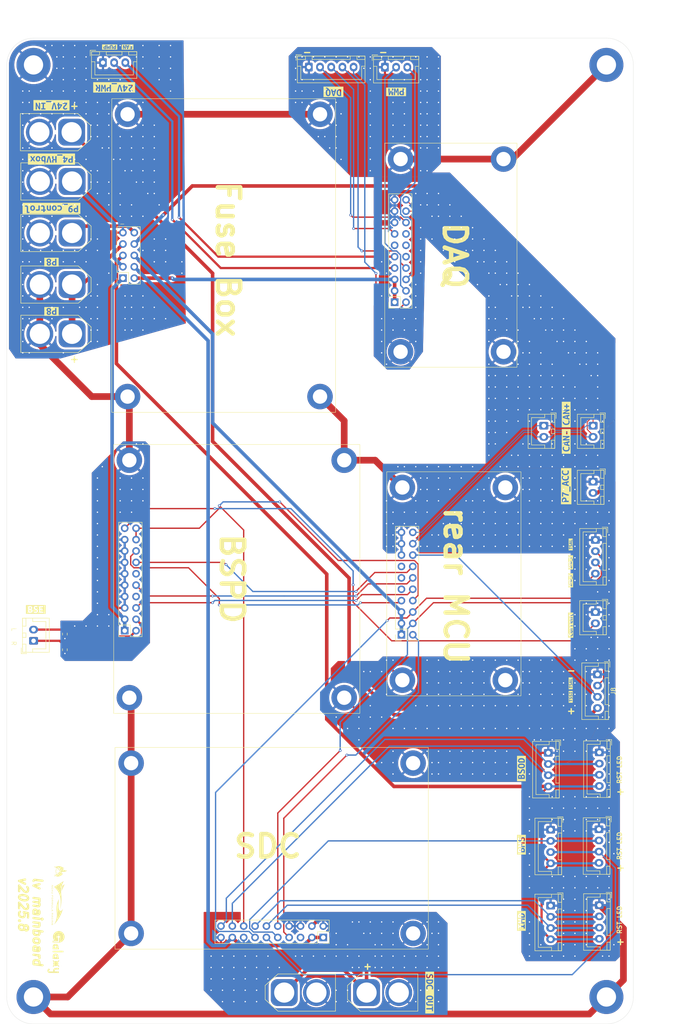
<source format=kicad_pcb>
(kicad_pcb (version 20221018) (generator pcbnew)
  (layers (0 "F.Cu" signal) (31 "B.Cu" signal) (34 "B.Paste" user) (35 "F.Paste" user) (36 "B.SilkS" user "B.Silkscreen") (37 "F.SilkS" user "F.Silkscreen") (38 "B.Mask" user) (39 "F.Mask" user) (44 "Edge.Cuts" user))
  (net 0 "")
  (net 1 "GND")
  (net 2 "IMD_LED")
  (net 3 "IMD_RST")
  (net 4 "BSPD_LED")
  (net 5 "BMS_LED")
  (net 6 "BSPD_RST")
  (net 7 "BMS_RST")
  (net 8 "CAN+")
  (net 9 "CAN-")
  (net 10 "FAN_PWM")
  (net 11 "PT_signal")
  (net 12 "USART1")
  (net 13 "PUMP_PWM")
  (net 14 "TIM1_CH1")
  (net 15 "USART2")
  (net 16 "SW_Fault")
  (net 17 "BMS_FAULT")
  (net 18 "IMD_FAULT")
  (net 19 "PUMP_PWR")
  (net 20 "FAN_PWR")
  (net 21 "SYS_JTCK-SWCLK")
  (net 23 "SYS_JTMS-SWDIO")
  (net 25 "BSE_L_init")
  (net 26 "BSE_R_init")
  (net 27 "P4_HVbox")
  (net 28 "BSE_L_Fault")
  (net 29 "P8")
  (net 30 "P7_ACC")
  (net 31 "P9")
  (net 33 "BSE_R_Fault")
  (net 35 "BSPD")
  (net 36 "current_init")
  (net 38 "SWDCLK")
  (net 39 "SWDIO")
  (net 40 "BSPD_signal3")
  (net 41 "TSSI")
  (net 43 "BSPD_signal4")
  (net 44 "P5_MCU")
  (net 45 "SDC_OUT")
  (net 46 "P3_SDCPCB")
  (net 47 "P2_BSPD")
  (net 48 "TSAL")
  (net 49 "+24V")
  (net 50 "P6_sideboard")
  (net 51 "P1_DAQ")
  (footprint "kibuzzard-688F6407" (layer "F.Cu") (at 296 189 90)
    (fp_text reference "kibuzzard-688F6407" hide)
    (fp_text value "G***" hide)
  )
  (footprint "Connector_JST:JST_XH_B2B-XH-A_1x02_P2.50mm_Vertical" (layer "F.Cu") (at 301 154.5 -90)
    (fp_text reference "J20" hide)
    (fp_text value "Conn_01x02")
  )
  (footprint "Connector_JST:JST_XH_B4B-XH-A_1x04_P2.50mm_Vertical" (layer "F.Cu") (at 301.525 180 -90)
    (fp_text reference "J4" hide)
    (fp_text value "Conn_01x04")
  )
  (footprint "MountingHole:MountingHole_4.3mm_M4_ISO7380_Pad" (layer "F.Cu") (at 303.985786 281.985786)
    (fp_text reference "H3" hide)
    (fp_text value "MountingHole_Pad" hide)
  )
  (footprint "MountingHole:MountingHole_3.2mm_M3_ISO7380_Pad" (layer "F.Cu") (at 260.8 229.8)
    (fp_text reference "H20" hide)
    (fp_text value "MountingHole_Pad" hide)
  )
  (footprint "Connector_JST:JST_XH_B2B-XH-A_1x02_P2.50mm_Vertical" (layer "F.Cu") (at 301 167 -90)
    (fp_text reference "J18" hide)
    (fp_text value "Conn_01x02")
  )
  (footprint "Connector_JST:JST_XH_B3B-XH-A_1x03_P2.50mm_Vertical" (layer "F.Cu") (at 191.5 73.475)
    (fp_text reference "J3" hide)
    (fp_text value "Conn_01x03")
  )
  (footprint "logo:galaxy_logo_10mm" (layer "F.Cu") (at 181 272 -90)
    (fp_text reference "G***" hide)
    (fp_text value "LOGO" hide)
  )
  (footprint "Connector_AMASS:AMASS_XT60-M_1x02_P7.20mm_Vertical" (layer "F.Cu") (at 250.4 281)
    (fp_text reference "J10" hide)
    (fp_text value "PWR")
  )
  (footprint "Connector_PinSocket_2.54mm:PinSocket_2x10_P2.54mm_Vertical" (layer "F.Cu") (at 196.36 200.24 180)
    (fp_text reference "J7" hide)
    (fp_text value "Conn_02x10_Odd_Even" hide)
  )
  (footprint "kibuzzard-688F6DC2" (layer "F.Cu") (at 180 106 180)
    (fp_text reference "kibuzzard-688F6DC2" hide)
    (fp_text value "G***" hide)
  )
  (footprint "kibuzzard-688F638D" (layer "F.Cu") (at 295 158 90)
    (fp_text reference "kibuzzard-688F638D" hide)
    (fp_text value "G***" hide)
  )
  (footprint "MountingHole:MountingHole_3.2mm_M3_ISO7380_Pad" (layer "F.Cu") (at 240 148 -90)
    (fp_text reference "H9" hide)
    (fp_text value "MountingHole_Pad" hide)
  )
  (footprint "MountingHole:MountingHole_3.2mm_M3_ISO7380_Pad" (layer "F.Cu") (at 281.4 211.28 180)
    (fp_text reference "H24" hide)
    (fp_text value "MountingHole_Pad" hide)
  )
  (footprint "kibuzzard-688F605D" (layer "F.Cu") (at 193 70 180)
    (fp_text reference "kibuzzard-688F605D" hide)
    (fp_text value "G***" hide)
  )
  (footprint "MountingHole:MountingHole_3.2mm_M3_ISO7380_Pad" (layer "F.Cu") (at 260.8 267.8)
    (fp_text reference "H18" hide)
    (fp_text value "MountingHole_Pad" hide)
  )
  (footprint "Connector_AMASS:AMASS_XT60-M_1x02_P7.20mm_Vertical" (layer "F.Cu") (at 184.6 111.5 180)
    (fp_text reference "J19" hide)
    (fp_text value "PWR")
  )
  (footprint "kibuzzard-688F6465" (layer "F.Cu") (at 296 215 90)
    (fp_text reference "kibuzzard-688F6465" hide)
    (fp_text value "G***" hide)
  )
  (footprint "MountingHole:MountingHole_3.2mm_M3_ISO7380_Pad" (layer "F.Cu") (at 258.4 168.28 180)
    (fp_text reference "H22" hide)
    (fp_text value "MountingHole_Pad" hide)
  )
  (footprint "MountingHole:MountingHole_3.2mm_M3_ISO7380_Pad" (layer "F.Cu") (at 245.4 215.2)
    (fp_text reference "H14" hide)
    (fp_text value "MountingHole_Pad" hide)
  )
  (footprint "MountingHole:MountingHole_3.2mm_M3_ISO7380_Pad" (layer "F.Cu") (at 197.4 215.2)
    (fp_text reference "H15" hide)
    (fp_text value "MountingHole_Pad" hide)
  )
  (footprint "MountingHole:MountingHole_3.2mm_M3_ISO7380_Pad" (layer "F.Cu") (at 245.4 162.2)
    (fp_text reference "H13" hide)
    (fp_text value "MountingHole_Pad" hide)
  )
  (footprint "Connector_PinSocket_2.54mm:PinSocket_2x10_P2.54mm_Vertical" (layer "F.Cu") (at 258.19 201.155 180)
    (fp_text reference "J2" hide)
    (fp_text value "Conn_02x10_Odd_Even" hide)
  )
  (footprint "Connector_AMASS:AMASS_XT60-M_1x02_P7.20mm_Vertical" (layer "F.Cu") (at 184.6 100 180)
    (fp_text reference "J9" hide)
    (fp_text value "PWR")
  )
  (footprint "MountingHole:MountingHole_3.2mm_M3_ISO7380_Pad" (layer "F.Cu") (at 281 138 180)
    (fp_text reference "H8" hide)
    (fp_text value "MountingHole_Pad" hide)
  )
  (footprint "kibuzzard-688F5F64" (layer "F.Cu") (at 180 83 180)
    (fp_text reference "kibuzzard-688F5F64" hide)
    (fp_text value "G***" hide)
  )
  (footprint "Connector_JST:JST_XH_B4B-XH-A_1x04_P2.50mm_Vertical" (layer "F.Cu") (at 291.525 244.65 -90)
    (fp_text reference "J26" hide)
    (fp_text value "Conn_01x04")
  )
  (footprint "Connector_AMASS:AMASS_XT60-M_1x02_P7.20mm_Vertical" (layer "F.Cu") (at 232 281)
    (fp_text reference "J10" hide)
    (fp_text value "PWR")
  )
  (footprint "MountingHole:MountingHole_3.2mm_M3_ISO7380_Pad" (layer "F.Cu") (at 197.4 162.2)
    (fp_text reference "H16" hide)
    (fp_text value "MountingHole_Pad" hide)
  )
  (footprint "kibuzzard-688F668F" (layer "F.Cu") (at 176.5 195.5)
    (fp_text reference "kibuzzard-688F668F" hide)
    (fp_text value "G***" hide)
  )
  (footprint "kibuzzard-688F6048" (layer "F.Cu") (at 197 70 180)
    (fp_text reference "kibuzzard-688F6048" hide)
    (fp_text value "G***" hide)
  )
  (footprint "MountingHole:MountingHole_4.3mm_M4_ISO7380_Pad" (layer "F.Cu") (at 303.985786 73.985786)
    (fp_text reference "H2" hide)
    (fp_text value "MountingHole_Pad" hide)
  )
  (footprint "MountingHole:MountingHole_3.2mm_M3_ISO7380_Pad" (layer "F.Cu") (at 258 138 180)
    (fp_text reference "H5" hide)
    (fp_text value "MountingHole_Pad" hide)
  )
  (footprint "MountingHole:MountingHole_3.2mm_M3_ISO7380_Pad" (layer "F.Cu") (at 258.4 211.28 180)
    (fp_text reference "H23" hide)
    (fp_text value "MountingHole_Pad" hide)
  )
  (footprint "kibuzzard-688F6442" (layer "F.Cu") (at 296 199 90)
    (fp_text reference "kibuzzard-688F6442" hide)
    (fp_text value "G***" hide)
  )
  (footprint "Connector_PinSocket_2.54mm:PinSocket_2x10_P2.54mm_Vertical" (layer "F.Cu") (at 240.724999 268.7 -90)
    (fp_text reference "J6" hide)
    (fp_text value "Conn_02x10_Odd_Even" hide)
  )
  (footprint "MountingHole:MountingHole_3.2mm_M3_ISO7380_Pad" (layer "F.Cu") (at 240 85 -90)
    (fp_text reference "H10" hide)
    (fp_text value "MountingHole_Pad" hide)
  )
  (footprint "MountingHole:MountingHole_3.2mm_M3_ISO7380_Pad" (layer "F.Cu") (at 281.4 168.28 180)
    (fp_text reference "H21" hide)
    (fp_text value "MountingHole_Pad" hide)
  )
  (footprint "kibuzzard-688F64C5" (layer "F.Cu") (at 285 231 90)
    (fp_text reference "kibuzzard-688F64C5" hide)
    (fp_text value "G***" hide)
  )
  (footprint "kibuzzard-688F63AA" (layer "F.Cu") (at 180 95 180)
    (fp_text reference "kibuzzard-688F63AA" hide)
    (fp_text value "G***" hide)
  )
  (footprint "Connector_JST:JST_XH_B4B-XH-A_1x04_P2.50mm_Vertical" (layer "F.Cu") (at 302 210 -90)
    (fp_text reference "J8")
    (fp_text value "Conn_01x04")
  )
  (footprint "MountingHole:MountingHole_4.3mm_M4_ISO7380_Pad" (layer "F.Cu") (at 175.985786 281.985786)
    (fp_text reference "H4" hide)
    (fp_text value "MountingHole_Pad" hide)
  )
  (footprint "MountingHole:MountingHole_3.2mm_M3_ISO7380_Pad" (layer "F.Cu") (at 197.8 229.8)
    (fp_text reference "H19" hide)
    (fp_text value "MountingHole_Pad" hide)
  )
  (footprint "kibuzzard-688F662E" (layer "F.Cu") (at 264.5 281 -90)
    (fp_text reference "kibuzzard-688F662E" hide)
    (fp_text value "G***" hide)
  )
  (footprint "kibuzzard-688F6027" (layer "F.Cu") (at 180 118 180)
    (fp_text reference "kibuzzard-688F6027" hide)
    (fp_text value "G***" hide)
  )
  (footprint "Connector_JST:JST_XH_B4B-XH-A_1x04_P2.50mm_Vertical" (layer "F.Cu") (at 302.4 227.4 -90)
    (fp_text reference "J12" hide)
    (fp_text value "Conn_01x04")
  )
  (footprint "MountingHole:MountingHole_3.2mm_M3_ISO7380_Pad" (layer "F.Cu") (at 258 95 180)
    (fp_text reference "H6" hide)
    (fp_text value "MountingHole_Pad" hide)
  )
  (footprint "kibuzzard-688F632C" (layer "F.Cu") (at 243 80 180)
    (fp_text reference "kibuzzard-688F632C" hide)
    (fp_text value "G***" hide)
  )
  (footprint "kibuzzard-688F64BC" (layer "F.Cu") (at 285 248 90)
    (fp_text reference "kibuzzard-688F64BC" hide)
    (fp_text value "G***" hide)
  )
  (footprint "kibuzzard-688F6412" (layer "F.Cu") (at 296 185 90)
    (fp_text reference "kibuzzard-688F6412" hide)
    (fp_text value "G***" hide)
  )
  (footprint "Resistor_SMD:R_0603_1608Metric" (layer "F.Cu") (at 183 204.5 90)
    (fp_text reference "R2" hide)
    (fp_text value "R")
  )
  (footprint "kibuzzard-688F6425" (layer "F.Cu") (at 296 181 90)
    (fp_text reference "kibuzzard-688F6425" hide)
    (fp_text value "G***" hide)
  )
  (footprint "Connector_JST:JST_XH_B4B-XH-A_1x04_P2.50mm_Vertical" (layer "F.Cu") (at 302.4 261.5 -90)
    (fp_text reference "J16" hide)
    (fp_text value "Conn_01x04")
  )
  (footprint "Connector_JST:JST_XH_B3B-XH-A_1x03_P2.50mm_Vertical" (layer "F.Cu") (at 254.5 74.5)
    (fp_text reference "J23" hide)
    (fp_text value "Conn_01x03")
  )
  (footprint "Connector_JST:JST_XH_B2B-XH-A_1x02_P2.50mm_Vertical" (layer "F.Cu") (at 290 154.5 -90)
    (fp_text reference "J22" hide)
    (fp_text value "Conn_01x02")
  )
  (footprint "MountingHole:MountingHole_3.2mm_M3_ISO7380_Pad" (layer "F.Cu") (at 197.8 267.8)
    (fp_text reference "H17" hide)
    (fp_text value "MountingHole_Pad" hide)
  )
  (footprint "Resistor_SMD:R_0603_1608Metric" (layer "F.Cu") (at 183 201 90)
    (fp_text reference "R1" hide)
    (fp_text value "R")
  )
  (footprint "Connector_JST:JST_XH_B2B-XH-A_1x02_P2.50mm_Vertical" (layer "F.Cu") (at 176 202.5 90)
    (fp_text reference "J21" hide)
    (fp_text value "Conn_01x02")
  )
  (footprint "Connector_AMASS:AMASS_XT60-M_1x02_P7.20mm_Vertical" (layer "F.Cu") (at 184.5 89 180)
    (fp_text reference "J24" hide)
    (fp_text value "PWR")
  )
  (footprint "kibuzzard-688F607C" (layer "F.Cu") (at 194 79 180)
    (fp_text reference "kibuzzard-688F607C" hide)
    (fp_text value "G***" hide)
  )
  (footprint "kibuzzard-688F6027" (layer "F.Cu") (at 180 129 180)
    (fp_text reference "kibuzzard-688F6027" hide)
    (fp_text value "G***" hide)
  )
  (footprint "Connector_JST:JST_XH_B2B-XH-A_1x02_P2.50mm_Vertical" (layer "F.Cu") (at 301.525 196.1 -90)
    (fp_text reference "J1" hide)
    (fp_text value "Conn_01x02")
  )
  (footprint "logo:fire_shark_4mm" (layer "F.Cu") (at 182 254 -90)
    (fp_text reference "G***" hide)
    (fp_text value "LOGO" hide)
  )
  (footprint "kibuzzard-688F6425" (layer "F.Cu") (at 296 212 90)
    (fp_text reference "kibuzzard-688F6425" hide)
    (fp_text value "G***" hide)
  )
  (footprint "Connector_JST:JST_XH_B4B-XH-A_1x04_P2.50mm_Vertical" (layer "F.Cu") (at 291 227.5 -90)
    (fp_text reference "J25" hide)
    (fp_text value "Conn_01x04")
  )
  (footprint "MountingHole:MountingHole_4.3mm_M4_ISO7380_Pad" (layer "F.Cu") (at 175.985786 73.985786)
    (fp_text reference "H1" hide)
    (fp_text value "MountingHole_Pad" hide)
  )
  (footprint "kibuzzard-688F6381" (layer "F.Cu") (at 295 152 90)
    (fp_text reference "kibuzzard-688F6381" hide)
    (fp_text value "G***" hide)
  )
  (footprint "MountingHole:MountingHole_3.2mm_M3_ISO7380_Pad" (layer "F.Cu") (at 281 95 180)
    (fp_text reference "H7" hide)
    (fp_text value "MountingHole_Pad" hide)
  )
  (footprint "Connector_PinSocket_2.54mm:PinSocket_2x05_P2.54mm_Vertical" (layer "F.Cu") (at 195.96 121.575 180)
    (fp_text reference "J11" hide)
    (fp_text value "Conn_02x05_Counter_Clockwise" hide)
  )
  (footprint "Connector_JST:JST_XH_B4B-XH-A_1x04_P2.50mm_Vertical" (layer "F.Cu") (at 291.525 261.6 -90)
    (fp_text reference "J27" hide)
    (fp_text value "Conn_01x04")
  )
  (footprint "Connector_PinSocket_2.54mm:PinSocket_2x10_P2.54mm_Vertical" (layer "F.Cu") (at 256.67 126.94 180)
    (fp_text reference "J13" hide)
    (fp_text value "Conn_02x10_Odd_Even" hide)
  )
  (footprint "Connector_AMASS:AMASS_XT60-M_1x02_P7.20mm_Vertical" (layer "F.Cu") (at 184.6 134 180)
    (fp_text reference "J15" hide)
    (fp_text value "PWR")
  )
  (footprint "kibuzzard-688F63D0" (layer "F.Cu") (at 295 168 90)
    (fp_text reference "kibuzzard-688F63D0" hide)
    (fp_text value "G***" hide)
  )
  (footprint "MountingHole:MountingHole_3.2mm_M3_ISO7380_Pad" (layer "F.Cu") (at 197 85 -90)
    (fp_text reference "H11" hide)
    (fp_text value "MountingHole_Pad" hide)
  )
  (footprint "kibuzzard-688F64B0" (layer "F.Cu") (at 285 265 90)
    (fp_text reference "kibuzzard-688F64B0" hide)
    (fp_text value "G***" hide)
  )
  (footprint "Connector_AMASS:AMASS_XT60-M_1x02_P7.20mm_Vertical" (layer "F.Cu") (at 184.6 123 180)
    (fp_text reference "J15" hide)
    (fp_text value "PWR")
  )
  (footprint "kibuzzard-688F6344" (layer "F.Cu") (at 257 80 180)
    (fp_text reference "kibuzzard-688F6344" hide)
    (fp_text value "G***" hide)
  )
  (footprint "logo:nckufs_logo_10mm" (layer "F.Cu") (at 181.5 261 -90)
    (fp_text reference "G***" hide)
    (fp_text value "LOGO" hide)
  )
  (footprint "Connector_JST:JST_XH_B4B-XH-A_1x04_P2.50mm_Vertical" (layer "F.Cu") (at 302.325 244.55 -90)
    (fp_text reference "J14" hide)
    (fp_text value "Conn_01x04")
  )
  (footprint "Connector_JST:JST_XH_B5B-XH-A_1x05_P2.50mm_Vertical" (layer "F.Cu") (at 237.5 74.475)
    (fp_text reference "J5" hide)
    (fp_text value "Conn_01x05")
  )
  (footprint "MountingHole:MountingHole_3.2mm_M3_ISO7380_Pad" (layer "F.Cu") (at 197 148 -90)
    (fp_text reference "H12" hide)
    (fp_text value "MountingHole_Pad" hide)
  )
  (gr_rect (start 193.9 158.7) (end 248.9 218.7) (stroke (width 0.1)) (fill none) (layer "F.SilkS"))
  (gr_rect (start 254.9 164.78) (end 284.9 214.78) (stroke (width 0.1)) (fill none) (layer "F.SilkS"))
  (gr_rect (start 193.474874 81.525126) (end 243.474874 151.525126) (stroke (width 0.1)) (fill none) (layer "F.SilkS"))
  (gr_rect (start 194.2 226.3) (end 264.2 271.3) (stroke (width 0.1)) (fill none) (layer "F.SilkS"))
  (gr_rect (start 254.45 91.45) (end 284 141.45) (stroke (width 0.1)) (fill none) (layer "F.SilkS"))
  (gr_line (start 310 74) (end 310 282) (stroke (width 0.05)) (layer "Edge.Cuts"))
  (gr_arc (start 304 68) (mid 308.242641 69.757359) (end 310 74) (stroke (width 0.05)) (layer "Edge.Cuts"))
  (gr_line (start 170 282) (end 170 74) (stroke (width 0.05)) (layer "Edge.Cuts"))
  (gr_arc (start 170 74) (mid 171.757359 69.757359) (end 176 68) (stroke (width 0.05)) (layer "Edge.Cuts"))
  (gr_arc (start 310 282) (mid 308.242641 286.242641) (end 304 288) (stroke (width 0.05)) (layer "Edge.Cuts"))
  (gr_arc (start 176 288) (mid 171.757359 286.242641) (end 170 282) (stroke (width 0.05)) (layer "Edge.Cuts"))
  (gr_line (start 176 68) (end 304 68) (stroke (width 0.05)) (layer "Edge.Cuts"))
  (gr_line (start 304 288) (end 176 288) (stroke (width 0.05)) (layer "Edge.Cuts"))
  (gr_text "rear MCU" (at 267.4 172.2 -90) (layer "F.SilkS") (effects (font (size 5 5) (thickness 1)) (justify left bottom)))
  (gr_text "BSPD" (at 217.4 178.12 270) (layer "F.SilkS") (effects (font (size 5 5) (thickness 1)) (justify left bottom)))
  (gr_text "R" (at 171 202.5 270) (layer "F.SilkS") (effects (font (size 1 1) (thickness 0.1)) (justify left bottom)))
  (gr_text "DAQ" (at 267.2 108.6 270) (layer "F.SilkS") (effects (font (size 5 5) (thickness 1)) (justify left bottom)))
  (gr_text "Fuse Box" (at 216.5 99.455 -90) (layer "F.SilkS") (effects (font (size 5 5) (thickness 1)) (justify left bottom)))
  (gr_text "+" (at 249.5 276) (layer "F.SilkS") (effects (font (size 1.5 1.5) (thickness 0.3) bold) (justify left bottom)))
  (gr_text "+" (at 184 140.5) (layer "F.SilkS") (effects (font (size 1.5 1.5) (thickness 0.3) bold) (justify left bottom)))
  (gr_text "+" (at 306 270.5) (layer "F.SilkS") (effects (font (size 1.5 1.5) (thickness 0.3) bold) (justify left bottom)))
  (gr_text "+" (at 295 219) (layer "F.SilkS") (effects (font (size 1.5 1.5) (thickness 0.3) bold) (justify left bottom)))
  (gr_text "LED" (at 307.5 248 90) (layer "F.SilkS") (effects (font (size 1 1) (thickness 0.2) bold) (justify left bottom)))
  (gr_text "L" (at 171 199.5 -90) (layer "F.SilkS") (effects (font (size 1 1) (thickness 0.1)) (justify left bottom)))
  (gr_text "-" (at 236 72) (layer "F.SilkS") (effects (font (size 1.5 1.5) (thickness 0.3) bold) (justify left bottom)))
  (gr_text "-" (at 253 72) (layer "F.SilkS") (effects (font (size 1.5 1.5) (thickness 0.3) bold) (justify left bottom)))
  (gr_text "SDC" (at 220.3 251.3) (layer "F.SilkS") (effects (font (size 5 5) (thickness 1)) (justify left bottom)))
  (gr_text "RST" (at 307.5 268 90) (layer "F.SilkS") (effects (font (size 1 1) (thickness 0.2) bold) (justify left bottom)))
  (gr_text "+" (at 306 254) (layer "F.SilkS") (effects (font (size 1.5 1.5) (thickness 0.3) bold) (justify left bottom)))
  (gr_text "+" (at 184 84) (layer "F.SilkS") (effects (font (size 1.5 1.5) (thickness 0.3) bold) (justify left bottom)))
  (gr_text "LED" (at 307.5 231 90) (layer "F.SilkS") (effects (font (size 1 1) (thickness 0.2) bold) (justify left bottom)))
  (gr_text "RST" (at 307.5 251.5 90) (layer "F.SilkS") (effects (font (size 1 1) (thickness 0.2) bold) (justify left bottom)))
  (gr_text "LED" (at 307.5 264.5 90) (layer "F.SilkS") (effects (font (size 1 1) (thickness 0.2) bold) (justify left bottom)))
  (gr_text "+" (at 306 237) (layer "F.SilkS") (effects (font (size 1.5 1.5) (thickness 0.3) bold) (justify left bottom)))
  (gr_text "lv mainboard\nv2025.8\n" (at 172.5 255 -90) (layer "F.SilkS") (effects (font (size 2 2) (thickness 0.5) bold italic) (justify left bottom)))
  (gr_text "-" (at 295 210) (layer "F.SilkS") (effects (font (size 1.5 1.5) (thickness 0.3) bold) (justify left bottom)))
  (gr_text "-" (at 196.5 109 180) (layer "F.SilkS") (effects (font (size 1 1) (thickness 0.1)) (justify left bottom)))
  (gr_text "RST" (at 307.5 234.5 90) (layer "F.SilkS") (effects (font (size 1 1) (thickness 0.2) bold) (justify left bottom)))
  (segment (start 302.570584 261.5) (end 302.4 261.5) (width 1.5) (layer "F.Cu") (net 1))
  (segment (start 179.785786 285.785786) (end 265 285.785786) (width 1.5) (layer "F.Cu") (net 1))
  (segment (start 307.785786 278.185786) (end 307.785786 266.715202) (width 1.5) (layer "F.Cu") (net 1))
  (segment (start 240 148) (end 245.4 153.4) (width 1.5) (layer "F.Cu") (net 1))
  (segment (start 307.785786 266.715202) (end 302.570584 261.5) (width 1.5) (layer "F.Cu") (net 1))
  (segment (start 197.8 229.8) (end 197.8 215.6) (width 1.5) (layer "F.Cu") (net 1))
  (segment (start 245.4 153.4) (end 245.4 162.2) (width 1.5) (layer "F.Cu") (net 1))
  (segment (start 177.4 136.4) (end 177.4 123) (width 1.5) (layer "F.Cu") (net 1))
  (segment (start 197 148) (end 189 148) (width 1.5) (layer "F.Cu") (net 1))
  (segment (start 197.8 215.6) (end 197.4 215.2) (width 1.5) (layer "F.Cu") (net 1))
  (segment (start 303.985786 73.985786) (end 282.971572 95) (width 1.5) (layer "F.Cu") (net 1))
  (segment (start 245.4 162.2) (end 252.32 162.2) (width 1.5) (layer "F.Cu") (net 1))
  (segment (start 175.985786 281.985786) (end 183.614214 281.985786) (width 1.5) (layer "F.Cu") (net 1))
  (segment (start 303.985786 281.985786) (end 307.785786 278.185786) (width 1.5) (layer "F.Cu") (net 1))
  (segment (start 197.8 229.8) (end 197.8 267.8) (width 1.5) (layer "F.Cu") (net 1))
  (segment (start 197.4 162.2) (end 197.4 148.4) (width 1.5) (layer "F.Cu") (net 1))
  (segment (start 197 85) (end 240 85) (width 1.5) (layer "F.Cu") (net 1))
  (segment (start 265 285.785786) (end 300.185786 285.785786) (width 1.5) (layer "F.Cu") (net 1))
  (segment (start 300.185786 285.785786) (end 303.985786 281.985786) (width 1.5) (layer "F.Cu") (net 1))
  (segment (start 183.614214 281.985786) (end 197.8 267.8) (width 1.5) (layer "F.Cu") (net 1))
  (segment (start 189 148) (end 177.4 136.4) (width 1.5) (layer "F.Cu") (net 1))
  (segment (start 282.971572 95) (end 281 95) (width 1.5) (layer "F.Cu") (net 1))
  (segment (start 175.985786 281.985786) (end 179.785786 285.785786) (width 1.5) (layer "F.Cu") (net 1))
  (segment (start 197.4 148.4) (end 197 148) (width 1.5) (layer "F.Cu") (net 1))
  (segment (start 281 95) (end 258 95) (width 1.5) (layer "F.Cu") (net 1))
  (segment (start 252.32 162.2) (end 258.4 168.28) (width 1.5) (layer "F.Cu") (net 1))
  (via (at 281.71 156.02175) (size 0.6) (drill 0.3) (layers "F.Cu" "B.Cu") (net 1))
  (via (at 299.49 237.30175) (size 0.6) (drill 0.3) (layers "F.Cu" "B.Cu") (net 1))
  (via (at 271.55 211.90175) (size 0.6) (drill 0.3) (layers "F.Cu" "B.Cu") (net 1))
  (via (at 263.93 74.74175) (size 0.6) (drill 0.3) (layers "F.Cu" "B.Cu") (net 1))
  (via (at 173.58 138.24175) (size 0.6) (drill 0.3) (layers "F.Cu" "B.Cu") (net 1))
  (via (at 185.19 84.90175) (size 0.6) (drill 0.3) (layers "F.Cu" "B.Cu") (net 1))
  (via (at 188.82 100.14175) (size 0.6) (drill 0.3) (layers "F.Cu" "B.Cu") (net 1))
  (via (at 271.55 163.64175) (size 0.6) (drill 0.3) (layers "F.Cu" "B.Cu") (net 1))
  (via (at 267.56 176.34175) (size 0.6) (drill 0.3) (layers "F.Cu" "B.Cu") (net 1))
  (via (at 252.32 272.86175) (size 0.6) (drill 0.3) (layers "F.Cu" "B.Cu") (net 1))
  (via (at 220.75 272.86175) (size 0.6) (drill 0.3) (layers "F.Cu" "B.Cu") (net 1))
  (via (at 256.31 72.20175) (size 0.6) (drill 0.3) (layers "F.Cu" "B.Cu") (net 1))
  (via (at 228.37 272.86175) (size 0.6) (drill 0.3) (layers "F.Cu" "B.Cu") (net 1))
  (via (at 256.31 265.24175) (size 0.6) (drill 0.3) (layers "F.Cu" "B.Cu") (net 1))
  (via (at 269.01 206.82175) (size 0.6) (drill 0.3) (layers "F.Cu" "B.Cu") (net 1))
  (via (at 304.57 244.92175) (size 0.6) (drill 0.3) (layers "F.Cu" "B.Cu") (net 1))
  (via (at 286.79 171.26175) (size 0.6) (drill 0.3) (layers "F.Cu" "B.Cu") (net 1))
  (via (at 286.79 222.06175) (size 0.6) (drill 0.3) (layers "F.Cu" "B.Cu") (net 1))
  (via (at 253.77 125.54175) (size 0.6) (drill 0.3) (layers "F.Cu" "B.Cu") (net 1))
  (via (at 175.03 95.06175) (size 0.6) (drill 0.3) (layers "F.Cu" "B.Cu") (net 1))
  (via (at 187.73 69.66175) (size 0.6) (drill 0.3) (layers "F.Cu" "B.Cu") (net 1))
  (via (at 243.61 72.20175) (size 0.6) (drill 0.3) (layers "F.Cu" "B.Cu") (net 1))
  (via (at 225.83 280.48175) (size 0.6) (drill 0.3) (layers "F.Cu" "B.Cu") (net 1))
  (via (at 304.57 173.80175) (size 0.6) (drill 0.3) (layers "F.Cu" "B.Cu") (net 1))
  (via (at 215.67 277.94175) (size 0.6) (drill 0.3) (layers "F.Cu" "B.Cu") (net 1))
  (via (at 286.79 257.62175) (size 0.6) (drill 0.3) (layers "F.Cu" "B.Cu") (net 1))
  (via (at 202.97 95.06175) (size 0.6) (drill 0.3) (layers "F.Cu" "B.Cu") (net 1))
  (via (at 266.47 181.42175) (size 0.6) (drill 0.3) (layers "F.Cu" "B.Cu") (net 1))
  (via (at 294.41 262.70175) (size 0.6) (drill 0.3) (layers "F.Cu" "B.Cu") (net 1))
  (via (at 246.15 272.86175) (size 0.6) (drill 0.3) (layers "F.Cu" "B.Cu") (net 1))
  (via (at 218.21 280.48175) (size 0.6) (drill 0.3) (layers "F.Cu" "B.Cu") (net 1))
  (via (at 271.55 107.76175) (size 0.6) (drill 0.3) (layers "F.Cu" "B.Cu") (net 1))
  (via (at 271.55 166.18175) (size 0.6) (drill 0.3) (layers "F.Cu" "B.Cu") (net 1))
  (via (at 304.57 216.98175) (size 0.6) (drill 0.3) (layers "F.Cu" "B.Cu") (net 1))
  (via (at 263.93 163.64175) (size 0.6) (drill 0.3) (layers "F.Cu" "B.Cu") (net 1))
  (via (at 277.72 125.54175) (size 0.6) (drill 0.3) (layers "F.Cu" "B.Cu") (net 1))
  (via (at 248.69 272.86175) (size 0.6) (drill 0.3) (layers "F.Cu" "B.Cu") (net 1))
  (via (at 294.41 153.48175) (size 0.6) (drill 0.3) (layers "F.Cu" "B.Cu") (net 1))
  (via (at 254.86 120.46175) (size 0.6) (drill 0.3) (layers "F.Cu" "B.Cu") (net 1))
  (via (at 263.93 216.98175) (size 0.6) (drill 0.3) (layers "F.Cu" "B.Cu") (net 1))
  (via (at 262.48 166.18175) (size 0.6) (drill 0.3) (layers "F.Cu" "B.Cu") (net 1))
  (via (at 195.35 92.52175) (size 0.6) (drill 0.3) (layers "F.Cu" "B.Cu") (net 1))
  (via (at 190.27 189.04175) (size 0.6) (drill 0.3) (layers "F.Cu" "B.Cu") (net 1))
  (via (at 291.87 153.48175) (size 0.6) (drill 0.3) (layers "F.Cu" "B.Cu") (net 1))
  (via (at 276.63 178.88175) (size 0.6) (drill 0.3) (layers "F.Cu" "B.Cu") (net 1))
  (via (at 263.93 92.52175) (size 0.6) (drill 0.3) (layers "F.Cu" "B.Cu") (net 1))
  (via (at 190.27 84.90175) (size 0.6) (drill 0.3) (layers "F.Cu" "B.Cu") (net 1))
  (via (at 277.72 130.62175) (size 0.6) (drill 0.3) (layers "F.Cu" "B.Cu") (net 1))
  (via (at 296.95 145.86175) (size 0.6) (drill 0.3) (layers "F.Cu" "B.Cu") (net 1))
  (via (at 188.82 135.70175) (size 0.6) (drill 0.3) (layers "F.Cu" "B.Cu") (net 1))
  (via (at 263.93 222.06175) (size 0.6) (drill 0.3) (layers "F.Cu" "B.Cu") (net 1))
  (via (at 195.35 77.28175) (size 0.6) (drill 0.3) (layers "F.Cu" "B.Cu") (net 1))
  (via (at 276.63 229.68175) (size 0.6) (drill 0.3) (layers "F.Cu" "B.Cu") (net 1))
  (via (at 281.71 153.48175) (size 0.6) (drill 0.3) (layers "F.Cu" "B.Cu") (net 1))
  (via (at 190.27 135.70175) (size 0.6) (drill 0.3) (layers "F.Cu" "B.Cu") (net 1))
  (via (at 305.66 250.00175) (size 0.6) (drill 0.3) (layers "F.Cu" "B.Cu") (net 1))
  (via (at 238.53 79.82175) (size 0.6) (drill 0.3) (layers "F.Cu" "B.Cu") (net 1))
  (via (at 204.06 105.22175) (size 0.6) (drill 0.3) (layers "F.Cu" "B.Cu") (net 1))
  (via (at 197.89 166.18175) (size 0.6) (drill 0.3) (layers "F.Cu" "B.Cu") (net 1))
  (via (at 218.21 275.40175) (size 0.6) (drill 0.3) (layers "F.Cu" "B.Cu") (net 1))
  (via (at 266.47 267.78175) (size 0.6) (drill 0.3) (layers "F.Cu" "B.Cu") (net 1))
  (via (at 286.79 163.64175) (size 0.6) (drill 0.3) (layers "F.Cu" "B.Cu") (net 1))
  (via (at 302.03 242.38175) (size 0.6) (drill 0.3) (layers "F.Cu" "B.Cu") (net 1))
  (via (at 276.63 168.72175) (size 0.6) (drill 0.3) (layers "F.Cu" "B.Cu") (net 1))
  (via (at 192.81 84.90175) (size 0.6) (drill 0.3) (layers "F.Cu" "B.Cu") (net 1))
  (via (at 246.15 283.02175) (size 0.6) (drill 0.3) (layers "F.Cu" "B.Cu") (net 1))
  (via (at 299.49 227.14175) (size 0.6) (drill 0.3) (layers "F.Cu" "B.Cu") (net 1))
  (via (at 291.87 206.82175) (size 0.6) (drill 0.3) (layers "F.Cu" "B.Cu") (net 1))
  (via (at 284.25 178.88175) (size 0.6) (drill 0.3) (layers "F.Cu" "B.Cu") (net 1))
  (via (at 234.54 82.36175) (size 0.6) (drill 0.3) (layers "F.Cu" "B.Cu") (net 1))
  (via (at 190.27 176.34175) (size 0.6) (drill 0.3) (layers "F.Cu" "B.Cu") (net 1))
  (via (at 190.27 100.14175) (size 0.6) (drill 0.3) (layers "F.Cu" "B.Cu") (net 1))
  (via (at 299.49 244.92175) (size 0.6) (drill 0.3) (layers "F.Cu" "B.Cu") (net 1))
  (via (at 218.21 277.94175) (size 0.6) (drill 0.3) (layers "F.Cu" "B.Cu") (net 1))
  (via (at 252.32 275.40175) (size 0.6) (drill 0.3) (layers "F.Cu" "B.Cu") (net 1))
  (via (at 281.71 145.86175) (size 0.6) (drill 0.3) (layers "F.Cu" "B.Cu") (net 1))
  (via (at 287.88 130.62175) (size 0.6) (drill 0.3) (layers "F.Cu" "B.Cu") (net 1))
  (via (at 289.33 214.44175) (size 0.6) (drill 0.3) (layers "F.Cu" "B.Cu") (net 1))
  (via (at 281.71 178.88175) (size 0.6) (drill 0.3) (layers "F.Cu" "B.Cu") (net 1))
  (via (at 277.72 135.70175) (size 0.6) (drill 0.3) (layers "F.Cu" "B.Cu") (net 1))
  (via (at 296.95 189.04175) (size 0.6) (drill 0.3) (layers "F.Cu" "B.Cu") (net 1))
  (via (at 294.41 227.14175) (size 0.6) (drill 0.3) (layers "F.Cu" "B.Cu") (net 1))
  (via (at 304.57 255.08175) (size 0.6) (drill 0.3) (layers "F.Cu" "B.Cu") (net 1))
  (via (at 279.17 153.48175) (size 0.6) (drill 0.3) (layers "F.Cu" "B.Cu") (net 1))
  (via (at 276.63 173.80175) (size 0.6) (drill 0.3) (layers "F.Cu" "B.Cu") (net 1))
  (via (at 286.79 270.32175) (size 0.6) (drill 0.3) (layers "F.Cu" "B.Cu") (net 1))
  (via (at 180.11 79.82175) (size 0.6) (drill 0.3) (layers "F.Cu" "B.Cu") (net 1))
  (via (at 294.41 216.98175) (size 0.6) (drill 0.3) (layers "F.Cu" "B.Cu") (net 1))
  (via (at 235.99 82.36175) (size 0.6) (drill 0.3) (layers "F.Cu" "B.Cu") (net 1))
  (via (at 190.27 77.28175) (size 0.6) (drill 0.3) (layers "F.Cu" "B.Cu") (net 1))
  (via (at 299.49 260.16175) (size 0.6) (drill 0.3) (layers "F.Cu" "B.Cu") (net 1))
  (via (at 258.85 79.82175) (size 0.6) (drill 0.3) (layers "F.Cu" "B.Cu") (net 1))
  (via (at 299.49 255.08175) (size 0.6) (drill 0.3) (layers "F.Cu" "B.Cu") (net 1))
  (via (at 291.87 128.08175) (size 0.6) (drill 0.3) (layers "F.Cu" "B.Cu") (net 1))
  (via (at 299.49 224.60175) (size 0.6) (drill 0.3) (layers "F.Cu" "B.Cu") (net 1))
  (via (at 286.79 267.78175) (size 0.6) (drill 0.3) (layers "F.Cu" "B.Cu") (net 1))
  (via (at 294.41 224.60175) (size 0.6) (drill 0.3) (layers "F.Cu" "B.Cu") (net 1))
  (via (at 173.58 117.92175) (size 0.6) (drill 0.3) (layers "F.Cu" "B.Cu") (net 1))
  (via (at 294.41 214.44175) (size 0.6) (drill 0.3) (layers "F.Cu" "B.Cu") (net 1))
  (via (at 258.85 89.98175) (size 0.6) (drill 0.3) (layers "F.Cu" "B.Cu") (net 1))
  (via (at 291.87 214.44175) (size 0.6) (drill 0.3) (layers "F.Cu" "B.Cu") (net 1))
  (via (at 304.57 201.74175) (size 0.6) (drill 0.3) (layers "F.Cu" "B.Cu") (net 1))
  (via (at 182.65 95.06175) (size 0.6) (drill 0.3) (layers "F.Cu" "B.Cu") (net 1))
  (via (at 271.55 222.06175) (size 0.6) (drill 0.3) (layers "F.Cu" "B.Cu") (net 1))
  (via (at 274.09 181.42175) (size 0.6) (drill 0.3) (layers "F.Cu" "B.Cu") (net 1))
  (via (at 261.39 123.00175) (size 0.6) (drill 0.3) (layers "F.Cu" "B.Cu") (net 1))
  (via (at 263.93 227.14175) (size 0.6) (drill 0.3) (layers "F.Cu" "B.Cu") (net 1))
  (via (at 269.01 163.64175) (size 0.6) (drill 0.3) (layers "F.Cu" "B.Cu") (net 1))
  (via (at 257.4 163.64175) (size 0.6) (drill 0.3) (layers "F.Cu" "B.Cu") (net 1))
  (via (at 284.25 133.16175) (size 0.6) (drill 0.3) (layers "F.Cu" "B.Cu") (net 1))
  (via (at 274.09 178.88175) (size 0.6) (drill 0.3) (layers "F.Cu" "B.Cu") (net 1))
  (via (at 279.17 173.80175) (size 0.6) (drill 0.3) (layers "F.Cu" "B.Cu") (net 1))
  (via (at 286.79 145.86175) (size 0.6) (drill 0.3) (layers "F.Cu" "B.Cu") (net 1))
  (via (at 284.25 143.32175) (size 0.6) (drill 0.3) (layers "F.Cu" "B.Cu") (net 1))
  (via (at 276.63 112.84175) (size 0.6) (drill 0.3) (layers "F.Cu" "B.Cu") (net 1))
  (via (at 265.02 229.68175) (size 0.6) (drill 0.3) (layers "F.Cu" "B.Cu") (net 1))
  (via (at 261.39 163.64175) (size 0.6) (drill 0.3) (layers "F.Cu" "B.Cu") (net 1))
  (via (at 244.7 95.06175) (size 0.6) (drill 0.3) (layers "F.Cu" "B.Cu") (net 1))
  (via (at 281.71 130.62175) (size 0.6) (drill 0.3) (layers "F.Cu" "B.Cu") (net 1))
  (via (at 173.58 100.14175) (size 0.6) (drill 0.3) (layers "F.Cu" "B.Cu") (net 1))
  (via (at 262.48 115.38175) (size 0.6) (drill 0.3) (layers "F.Cu" "B.Cu") (net 1))
  (via (at 279.17 150.94175) (size 0.6) (drill 0.3) (layers "F.Cu" "B.Cu") (net 1))
  (via (at 190.27 173.80175) (size 0.6) (drill 0.3) (layers "F.Cu" "B.Cu") (net 1))
  (via (at 177.57 105.22175) (size 0.6) (drill 0.3) (layers "F.Cu" "B.Cu") (net 1))
  (via (at 299.49 270.32175) (size 0.6) (drill 0.3) (layers "F.Cu" "B.Cu") (net 1))
  (via (at 188.82 97.60175) (size 0.6) (drill 0.3) (layers "F.Cu" "B.Cu") (net 1))
  (via (at 292.96 135.70175) (size 0.6) (drill 0.3) (layers "F.Cu" "B.Cu") (net 1))
  (via (at 249.78 209.36175) (size 0.6) (drill 0.3) (layers "F.Cu" "B.Cu") (net 1))
  (via (at 173.58 135.70175) (size 0.6) (drill 0.3) (layers "F.Cu" "B.Cu") (net 1))
  (via (at 200.43 158.56175) (size 0.6) (drill 0.3) (layers "F.Cu" "B.Cu") (net 1))
  (via (at 299.49 150.94175) (size 0.6) (drill 0.3) (layers "F.Cu" "B.Cu") (net 1))
  (via (at 277.72 143.32175) (size 0.6) (drill 0.3) (layers "F.Cu" "B.Cu") (net 1))
  (via (at 258.85 272.86175) (size 0.6) (drill 0.3) (layers "F.Cu" "B.Cu") (net 1))
  (via (at 266.47 209.36175) (size 0.6) (drill 0.3) (layers "F.Cu" "B.Cu") (net 1))
  (via (at 244.7 84.90175) (size 0.6) (drill 0.3) (layers "F.Cu" "B.Cu") (net 1))
  (via (at 265.02 178.88175) (size 0.6) (drill 0.3) (layers "F.Cu" "B.Cu") (net 1))
  (via (at 266.47 72.20175) (size 0.6) (drill 0.3) (layers "F.Cu" "B.Cu") (net 1))
  (via (at 200.43 107.76175) (size 0.6) (drill 0.3) (layers "F.Cu" "B.Cu") (net 1))
  (via (at 299.49 242.38175) (size 0.6) (drill 0.3) (layers "F.Cu" "B.Cu") (net 1))
  (via (at 253.77 138.24175) (size 0.6) (drill 0.3) (layers "F.Cu" "B.Cu") (net 1))
  (via (at 304.57 260.16175) (size 0.6) (drill 0.3) (layers "F.Cu" "B.Cu") (net 1))
  (via (at 235.99 272.86175) (size 0.6) (drill 0.3) (layers "F.Cu" "B.Cu") (net 1))
  (via (at 202.97 89.98175) (size 0.6) (drill 0.3) (layers "F.Cu" "B.Cu") (net 1))
  (via (at 192.81 199.20175) (size 0.6) (drill 0.3) (layers "F.Cu" "B.Cu") (net 1))
  (via (at 204.06 74.74175) (size 0.6) (drill 0.3) (layers "F.Cu" "B.Cu") (net 1))
  (via (at 305.66 270.32175) (size 0.6) (drill 0.3) (layers "F.Cu" "B.Cu") (net 1))
  (via (at 291.87 133.16175) (size 0.6) (drill 0.3) (layers "F.Cu" "B.Cu") (net 1))
  (via (at 234.54 74.74175) (size 0.6) (drill 0.3) (layers "F.Cu" "B.Cu") (net 1))
  (via (at 276.63 211.90175) (size 0.6) (drill 0.3) (layers "F.Cu" "B.Cu") (net 1))
  (via (at 289.33 161.10175) (size 0.6) (drill 0.3) (layers "F.Cu" "B.Cu") (net 1))
  (via (at 294.41 255.08175) (size 0.6) (drill 0.3) (layers "F.Cu" "B.Cu") (net 1))
  (via (at 256.31 89.98175) (size 0.6) (drill 0.3) (layers "F.Cu" "B.Cu") (net 1))
  (via (at 253.77 209.36175) (size 0.6) (drill 0.3) (layers "F.Cu" "B.Cu") (net 1))
  (via (at 173.58 115.38175) (size 0.6) (drill 0.3) (layers "F.Cu" "B.Cu") (net 1))
  (via (at 303.12 272.86175) (size 0.6) (drill 0.3) (layers "F.Cu" "B.Cu") (net 1))
  (via (at 296.95 211.90175) (size 0.6) (drill 0.3) (layers "F.Cu" "B.Cu") (net 1))
  (via (at 191.36 163.64175) (size 0.6) (drill 0.3) (layers "F.Cu" "B.Cu") (net 1))
  (via (at 223.29 275.40175) (size 0.6) (drill 0.3) (layers "F.Cu" "B.Cu") (net 1))
  (via (at 243.61 283.02175) (size 0.6) (drill 0.3) (layers "F.Cu" "B.Cu") (net 1))
  (via (at 296.95 204.28175) (size 0.6) (drill 0.3) (layers "F.Cu" "B.Cu") (net 1))
  (via (at 281.71 176.34175) (size 0.6) (drill 0.3) (layers "F.Cu" "B.Cu") (net 1))
  (via (at 291.87 150.94175) (size 0.6) (drill 0.3) (layers "F.Cu" "B.Cu") (net 1))
  (via (at 276.63 214.44175) (size 0.6) (drill 0.3) (layers "F.Cu" "B.Cu") (net 1))
  (via (at 289.33 173.80175) (size 0.6) (drill 0.3) (layers "F.Cu" "B.Cu") (net 1))
  (via (at 173.58 97.60175) (size 0.6) (drill 0.3) (layers "F.Cu" "B.Cu") (net 1))
  (via (at 175.03 105.22175) (size 0.6) (drill 0.3) (layers "F.Cu" "B.Cu") (net 1))
  (via (at 190.27 97.60175) (size 0.6) (drill 0.3) (layers "F.Cu" "B.Cu") (net 1))
  (via (at 276.63 216.98175) (size 0.6) (drill 0.3) (layers "F.Cu" "B.Cu") (net 1))
  (via (at 204.06 77.28175) (size 0.6) (drill 0.3) (layers "F.Cu" "B.Cu") (net 1))
  (via (at 234.54 79.82175) (size 0.6) (drill 0.3) (layers "F.Cu" "B.Cu") (net 1))
  (via (at 261.39 171.26175) (size 0.6) (drill 0.3) (layers "F.Cu" "B.Cu") (net 1))
  (via (at 190.27 102.68175) (size 0.6) (drill 0.3) (layers "F.Cu" "B.Cu") (net 1))
  (via (at 197.89 69.66175) (size 0.6) (drill 0.3) (layers "F.Cu" "B.Cu") (net 1))
  (via (at 266.47 211.90175) (size 0.6) (drill 0.3) (layers "F.Cu" "B.Cu") (net 1))
  (via (at 296.95 237.30175) (size 0.6) (drill 0.3) (layers "F.Cu" "B.Cu") (net 1))
  (via (at 276.63 176.34175) (size 0.6) (drill 0.3) (layers "F.Cu" "B.Cu") (net 1))
  (via (at 190.27 89.98175) (size 0.6) (drill 0.3) (layers "F.Cu" "B.Cu") (net 1))
  (via (at 277.72 148.40175) (size 0.6) (drill 0.3) (layers "F.Cu" "B.Cu") (net 1))
  (via (at 230.91 275.40175) (size 0.6) (drill 0.3) (layers "F.Cu" "B.Cu") (net 1))
  (via (at 270.1 112.84175) (size 0.6) (drill 0.3) (layers "F.Cu" "B.Cu") (net 1))
  (via (at 284.25 125.54175) (size 0.6) (drill 0.3) (layers "F.Cu" "B.Cu") (net 1))
  (via (at 205.51 117.92175) (size 0.6) (drill 0.3) (layers "F.Cu" "B.Cu") (net 1))
  (via (at 274.09 176.34175) (size 0.6) (drill 0.3) (layers "F.Cu" "B.Cu") (net 1))
  (via (at 261.39 133.16175) (size 0.6) (drill 0.3) (layers "F.Cu" "B.Cu") (net 1))
  (via (at 173.58 107.76175) (size 0.6) (drill 0.3) (layers "F.Cu" "B.Cu") (net 1))
  (via (at 279.17 158.56175) (size 0.6) (drill 0.3) (layers "F.Cu" "B.Cu") (net 1))
  (via (at 296.95 161.10175) (size 0.6) (drill 0.3) (layers "F.Cu" "B.Cu") (net 1))
  (via (at 269.01 232.22175) (size 0.6) (drill 0.3) (layers "F.Cu" "B.Cu") (net 1))
  (via (at 304.57 237.30175) (size 0.6) (drill 0.3) (layers "F.Cu" "B.Cu") (net 1))
  (via (at 256.31 181.42175) (size 0.6) (drill 0.3) (layers "F.Cu" "B.Cu") (net 1))
  (via (at 251.23 97.60175) (size 0.6) (drill 0.3) (layers "F.Cu" "B.Cu") (net 1))
  (via (at 187.73 77.28175) (size 0.6) (drill 0.3) (layers "F.Cu" "B.Cu") (net 1))
  (via (at 286.79 135.70175) (size 0.6) (drill 0.3) (layers "F.Cu" "B.Cu") (net 1))
  (via (at 263.93 181.42175) (size 0.6) (drill 0.3) (layers "F.Cu" "B.Cu") (net 1))
  (via (at 177.57 82.36175) (size 0.6) (drill 0.3) (layers "F.Cu" "B.Cu") (net 1))
  (via (at 267.56 115.38175) (size 0.6) (drill 0.3) (layers "F.Cu" "B.Cu") (net 1))
  (via (at 296.95 183.96175) (size 0.6) (drill 0.3) (layers "F.Cu" "B.Cu") (net 1))
  (via (at 289.33 166.18175) (size 0.6) (drill 0.3) (layers "F.Cu" "B.Cu") (net 1))
  (via (at 271.55 110.30175) (size 0.6) (drill 0.3) (layers "F.Cu" "B.Cu") (net 1))
  (via (at 271.55 232.22175) (size 0.6) (drill 0.3) (layers "F.Cu" "B.Cu") (net 1))
  (via (at 266.47 79.82175) (size 0.6) (drill 0.3) (layers "F.Cu" "B.Cu") (net 1))
  (via (at 234.54 72.20175) (size 0.6) (drill 0.3) (layers "F.Cu" "B.Cu") (net 1))
  (via (at 243.61 280.48175) (size 0.6) (drill 0.3) (layers "F.Cu" "B.Cu") (net 1))
  (via (at 241.07 72.20175) (size 0.6) (drill 0.3) (layers "F.Cu" "B.Cu") (net 1))
  (via (at 266.47 163.64175) (size 0.6) (drill 0.3) (layers "F.Cu" "B.Cu") (net 1))
  (via (at 286.79 214.44175) (size 0.6) (drill 0.3) (layers "F.Cu" "B.Cu") (net 1))
  (via (at 182.65 77.28175) (size 0.6) (drill 0.3) (layers "F.Cu" "B.Cu") (net 1))
  (via (at 190.27 166.18175) (size 0.6) (drill 0.3) (layers "F.Cu" "B.Cu") (net 1))
  (via (at 281.71 148.40175) (size 0.6) (drill 0.3) (layers "F.Cu" "B.Cu") (net 1))
  (via (at 294.41 260.16175) (size 0.6) (drill 0.3) (layers "F.Cu" "B.Cu") (net 1))
  (via (at 294.41 181.42175) (size 0.6) (drill 0.3) (layers "F.Cu" "B.Cu") (net 1))
  (via (at 254.86 173.80175) (size 0.6) (drill 0.3) (layers "F.Cu" "B.Cu") (net 1))
  (via (at 265.02 112.84175) (size 0.6) (drill 0.3) (layers "F.Cu" "B.Cu") (net 1))
  (via (at 266.47 168.72175) (size 0.6) (drill 0.3) (layers "F.Cu" "B.Cu") (net 1))
  (via (at 182.65 74.74175) (size 0.6) (drill 0.3) (layers "F.Cu" "B.Cu") (net 1))
  (via (at 274.09 227.14175) (size 0.6) (drill 0.3) (layers "F.Cu" "B.Cu") (net 1))
  (via (at 263.93 166.18175) (size 0.6) (drill 0.3) (layers "F.Cu" "B.Cu") (net 1))
  (via (at 281.71 133.16175) (size 0.6) (drill 0.3) (layers "F.Cu" "B.Cu") (net 1))
  (via (at 220.75 277.94175) (size 0.6) (drill 0.3) (layers "F.Cu" "B.Cu") (net 1))
  (via (at 187.73 72.20175) (size 0.6) (drill 0.3) (layers "F.Cu" "B.Cu") (net 1))
  (via (at 263.93 102.68175) (size 0.6) (drill 0.3) (layers "F.Cu" "B.Cu") (net 1))
  (via (at 296.95 168.72175) (size 0.6) (drill 0.3) (layers "F.Cu" "B.Cu") (net 1))
  (via (at 263.93 211.90175) (size 0.6) (drill 0.3) (layers "F.Cu" "B.Cu") (net 1))
  (via (at 266.47 232.22175) (size 0.6) (drill 0.3) (layers "F.Cu" "B.Cu") (net 1))
  (via (at 281.71 173.80175) (size 0.6) (drill 0.3) (layers "F.Cu" "B.Cu") (net 1))
  (via (at 294.41 270.32175) (size 0.6) (drill 0.3) (layers "F.Cu" "B.Cu") (net 1))
  (via (at 294.41 176.34175) (size 0.6) (drill 0.3) (layers "F.Cu" "B.Cu") (net 1))
  (via (at 276.63 171.26175) (size 0.6) (drill 0.3) (layers "F.Cu" "B.Cu") (net 1))
  (via (at 198.98 100.14175) (size 0.6) (drill 0.3) (layers "F.Cu" "B.Cu") (net 1))
  (via (at 303.12 158.56175) (size 0.6) (drill 0.3) (layers "F.Cu" "B.Cu") (net 1))
  (via (at 269.01 211.90175) (size 0.6) (drill 0.3) (layers "F.Cu" "B.Cu") (net 1))
  (via (at 286.79 125.54175) (size 0.6) (drill 0.3) (layers "F.Cu" "B.Cu") (net 1))
  (via (at 292.96 227.14175) (size 0.6) (drill 0.3) (layers "F.Cu" "B.Cu") (net 1))
  (via (at 304.57 222.06175) (size 0.6) (drill 0.3) (layers "F.Cu" "B.Cu") (net 1))
  (via (at 182.65 128.08175) (size 0.6) (drill 0.3) (layers "F.Cu" "B.Cu") (net 1))
  (via (at 265.02 107.76175) (size 0.6) (drill 0.3) (layers "F.Cu" "B.Cu") (net 1))
  (via (at 286.79 178.88175) (size 0.6) (drill 0.3) (layers "F.Cu" "B.Cu") (net 1))
  (via (at 285.34 158.56175) (size 0.6) (drill 0.3) (layers "F.Cu" "B.Cu") (net 1))
  (via (at 180.11 92.52175) (size 0.6) (drill 0.3) (layers "F.Cu" "B.Cu") (net 1))
  (via (at 180.11 84.90175) (size 0.6) (drill 0.3) (layers "F.Cu" "B.Cu") (net 1))
  (via (at 254.86 140.78175) (size 0.6) (drill 0.3) (layers "F.Cu" "B.Cu") (net 1))
  (via (at 192.81 79.82175) (size 0.6) (drill 0.3) (layers "F.Cu" "B.Cu") (net 1))
  (via (at 195.35 69.66175) (size 0.6) (drill 0.3) (layers "F.Cu" "B.Cu") (net 1))
  (via (at 192.81 92.52175) (size 0.6) (drill 0.3) (layers "F.Cu" "B.Cu") (net 1))
  (via (at 190.27 171.26175) (size 0.6) (drill 0.3) (layers "F.Cu" "B.Cu") (net 1))
  (via (at 284.25 232.22175) (size 0.6) (drill 0.3) (layers "F.Cu" "B.Cu") (net 1))
  (via (at 202.97 130.62175) (size 0.6) (drill 0.3) (layers "F.Cu" "B.Cu") (net 1))
  (via (at 202.97 112.84175) (size 0.6) (drill 0.3) (layers "F.Cu" "B.Cu") (net 1))
  (via (at 286.79 237.30175) (size 0.6) (drill 0.3) (layers "F.Cu" "B.Cu") (net 1))
  (via (at 243.61 82.36175) (size 0.6) (drill 0.3) (layers "F.Cu" "B.Cu") (net 1))
  (via (at 173.58 87.44175) (size 0.6) (drill 0.3) (layers "F.Cu" "B.Cu") (net 1))
  (via (at 275.18 123.00175) (size 0.6) (drill 0.3) (layers "F.Cu" "B.Cu") (net 1))
  (via (at 298.04 140.78175) (size 0.6) (drill 0.3) (layers "F.Cu" "B.Cu") (net 1))
  (via (at 286.79 158.56175) (size 0.6) (drill 0.3) (layers "F.Cu" "B.Cu") (net 1))
  (via (at 289.33 181.42175) (size 0.6) (drill 0.3) (layers "F.Cu" "B.Cu") (net 1))
  (via (at 180.11 128.08175) (size 0.6) (drill 0.3) (layers "F.Cu" "B.Cu") (net 1))
  (via (at 266.47 280.48175) (size 0.6) (drill 0.3) (layers "F.Cu" "B.Cu") (net 1))
  (via (at 197.89 133.16175) (size 0.6) (drill 0.3) (layers "F.Cu" "B.Cu") (net 1))
  (via (at 185.19 117.92175) (size 0.6) (drill 0.3) (layers "F.Cu" "B.Cu") (net 1))
  (via (at 302.03 222.06175) (size 0.6) (drill 0.3) (layers "F.Cu" "B.Cu") (net 1))
  (via (at 304.57 234.76175) (size 0.6) (drill 0.3) (layers "F.Cu" "B.Cu") (net 1))
  (via (at 197.89 125.54175) (size 0.6) (drill 0.3) (layers "F.Cu" "B.Cu") (net 1))
  (via (at 284.25 171.26175) (size 0.6) (drill 0.3) (layers "F.Cu" "B.Cu") (net 1))
  (via (at 223.29 280.48175) (size 0.6) (drill 0.3) (layers "F.Cu" "B.Cu") (net 1))
  (via (at 235.99 72.20175) (size 0.6) (drill 0.3) (layers "F.Cu" "B.Cu") (net 1))
  (via (at 263.93 209.36175) (size 0.6) (drill 0.3) (layers "F.Cu" "B.Cu") (net 1))
  (via (at 185.19 69.66175) (size 0.6) (drill 0.3) (layers "F.Cu" "B.Cu") (net 1))
  (via (at 256.31 84.90175) (size 0.6) (drill 0.3) (layers "F.Cu" "B.Cu") (net 1))
  (via (at 302.03 176.34175) (size 0.6) (drill 0.3) (layers "F.Cu" "B.Cu") (net 1))
  (via (at 272.64 171.26175) (size 0.6) (drill 0.3) (layers "F.Cu" "B.Cu") (net 1))
  (via (at 190.27 183.96175) (size 0.6) (drill 0.3) (layers "F.Cu" "B.Cu") (net 1))
  (via (at 296.95 150.94175) (size 0.6) (drill 0.3) (layers "F.Cu" "B.Cu") (net 1))
  (via (at 302.03 194.12175) (size 0.6) (drill 0.3) (layers "F.Cu" "B.Cu") (net 1))
  (via (at 296.95 244.92175) (size 0.6) (drill 0.3) (layers "F.Cu" "B.Cu") (net 1))
  (via (at 263.93 97.60175) (size 0.6) (drill 0.3) (layers "F.Cu" "B.Cu") (net 1))
  (via (at 256.31 82.36175) (size 0.6) (drill 0.3) (layers "F.Cu" "B.Cu") (net 1))
  (via (at 279.17 145.86175) (size 0.6) (drill 0.3) (layers "F.Cu" "B.Cu") (net 1))
  (via (at 286.79 173.80175) (size 0.6) (drill 0.3) (layers "F.Cu" "B.Cu") (net 1))
  (via (at 192.81 105.22175) (size 0.6) (drill 0.3) (layers "F.Cu" "B.Cu") (net 1))
  (via (at 294.41 168.72175) (size 0.6) (drill 0.3) (layers "F.Cu" "B.Cu") (net 1))
  (via (at 263.93 272.86175) (size 0.6) (drill 0.3) (layers "F.Cu" "B.Cu") (net 1))
  (via (at 289.33 143.32175) (size 0.6) (drill 0.3) (layers "F.Cu" "B.Cu") (net 1))
  (via (at 281.71 150.94175) (size 0.6) (drill 0.3) (layers "F.Cu" "B.Cu") (net 1))
  (via (at 291.87 216.98175) (size 0.6) (drill 0.3) (layers "F.Cu" "B.Cu") (net 1))
  (via (at 205.51 130.62175) (size 0.6) (drill 0.3) (layers "F.Cu" "B.Cu") (net 1))
  (via (at 258.85 173.80175) (size 0.6) (drill 0.3) (layers "F.Cu" "B.Cu") (net 1))
  (via (at 235.99 79.82175) (size 0.6) (drill 0.3) (layers "F.Cu" "B.Cu") (net 1))
  (via (at 304.57 178.88175) (size 0.6) (drill 0.3) (layers "F.Cu" "B.Cu") (net 1))
  (via (at 296.95 260.16175) (size 0.6) (drill 0.3) (layers "F.Cu" "B.Cu") (net 1))
  (via (at 291.87 222.06175) (size 0.6) (drill 0.3) (layers "F.Cu" "B.Cu") (net 1))
  (via (at 188.82 133.16175) (size 0.6) (drill 0.3) (layers "F.Cu" "B.Cu") (net 1))
  (via (at 254.86 206.82175) (size 0.6) (drill 0.3) (layers "F.Cu" "B.Cu") (net 1))
  (via (at 291.87 145.86175) (size 0.6) (drill 0.3) (layers "F.Cu" "B.Cu") (net 1))
  (via (at 200.43 166.18175) (size 0.6) (drill 0.3) (layers "F.Cu" "B.Cu") (net 1))
  (via (at 215.67 275.40175) (size 0.6) (drill 0.3) (layers "F.Cu" "B.Cu") (net 1))
  (via (at 190.27 199.20175) (size 0.6) (drill 0.3) (layers "F.Cu" "B.Cu") (net 1))
  (via (at 266.47 74.74175) (size 0.6) (drill 0.3) (layers "F.Cu" "B.Cu") (net 1))
  (via (at 251.23 79.82175) (size 0.6) (drill 0.3) (layers "F.Cu" "B.Cu") (net 1))
  (via (at 251.23 74.74175) (size 0.6) (drill 0.3) (layers "F.Cu" "B.Cu") (net 1))
  (via (at 266.47 105.22175) (size 0.6) (drill 0.3) (layers "F.Cu" "B.Cu") (net 1))
  (via (at 294.41 148.40175) (size 0.6) (drill 0.3) (layers "F.Cu" "B.Cu") (net 1))
  (via (at 178.66 69.66175) (size 0.6) (drill 0.3) (layers "F.Cu" "B.Cu") (net 1))
  (via (at 261.39 272.86175) (size 0.6) (drill 0.3) (layers "F.Cu" "B.Cu") (net 1))
  (via (at 299.49 171.26175) (size 0.6) (drill 0.3) (layers "F.Cu" "B.Cu") (net 1))
  (via (at 279.17 148.40175) (size 0.6) (drill 0.3) (layers "F.Cu" "B.Cu") (net 1))
  (via (at 234.54 272.86175) (size 0.6) (drill 0.3) (layers "F.Cu" "B.Cu") (net 1))
  (via (at 251.23 72.20175) (size 0.6) (drill 0.3) (layers "F.Cu" "B.Cu") (net 1))
  (via (at 248.69 219.52175) (size 0.6) (drill 0.3) (layers "F.Cu" "B.Cu") (net 1))
  (via (at 296.95 257.62175) (size 0.6) (drill 0.3) (layers "F.Cu" "B.Cu") (net 1))
  (via (at 291.87 130.62175) (size 0.6) (drill 0.3) (layers "F.Cu" "B.Cu") (net 1))
  (via (at 299.49 181.42175) (size 0.6) (drill 0.3) (layers "F.Cu" "B.Cu") (net 1))
  (via (at 286.79 143.32175) (size 0.6) (drill 0.3) (layers "F.Cu" "B.Cu") (net 1))
  (via (at 188.82 112.84175) (size 0.6) (drill 0.3) (layers "F.Cu" "B.Cu") (net 1))
  (via (at 183 205.325) (size 0.6) (drill 0.3) (layers "F.Cu" "B.Cu") (net 1))
  (via (at 192.81 69.66175) (size 0.6) (drill 0.3) (layers "F.Cu" "B.Cu") (net 1))
  (via (at 277.72 150.94175) (size 0.6) (drill 0.3) (layers "F.Cu" "B.Cu") (net 1))
  (via (at 299.49 265.24175) (size 0.6) (drill 0.3) (layers "F.Cu" "B.Cu") (net 1))
  (via (at 276.63 227.14175) (size 0.6) (drill 0.3) (layers "F.Cu" "B.Cu") (net 1))
  (via (at 180.11 77.28175) (size 0.6) (drill 0.3) (layers "F.Cu" "B.Cu") (net 1))
  (via (at 262.48 82.36175) (size 0.6) (drill 0.3) (layers "F.Cu" "B.Cu") (net 1))
  (via (at 205.51 112.84175) (size 0.6) (drill 0.3) (layers "F.Cu" "B.Cu") (net 1))
  (via (at 294.41 163.64175) (size 0.6) (drill 0.3) (layers "F.Cu" "B.Cu") (net 1))
  (via (at 173.58 92.52175) (size 0.6) (drill 0.3) (layers "F.Cu" "B.Cu") (net 1))
  (via (at 276.63 117.92175) (size 0.6) (drill 0.3) (layers "F.Cu" "B.Cu") (net 1))
  (via (at 197.89 89.98175) (size 0.6) (drill 0.3) (layers "F.Cu" "B.Cu") (net 1))
  (via (at 192.81 196.66175) (size 0.6) (drill 0.3) (layers "F.Cu" "B.Cu") (net 1))
  (via (at 196.44 133.16175) (size 0.6) (drill 0.3) (layers "F.Cu" "B.Cu") (net 1))
  (via (at 279.17 227.14175) (size 0.6) (drill 0.3) (layers "F.Cu" "B.Cu") (net 1))
  (via (at 180.11 130.62175) (size 0.6) (drill 0.3) (layers "F.Cu" "B.Cu") (net 1))
  (via (at 235.99 77.28175) (size 0.6) (drill 0.3) (layers "F.Cu" "B.Cu") (net 1))
  (via (at 185.19 74.74175) (size 0.6) (drill 0.3) (layers "F.Cu" "B.Cu") (net 1))
  (via (at 284.25 181.42175) (size 0.6) (drill 0.3) (layers "F.Cu" "B.Cu") (net 1))
  (via (at 185.19 199.20175) (size 0.6) (drill 0.3) (layers "F.Cu" "B.Cu") (net 1))
  (via (at 263.93 82.36175) (size 0.6) (drill 0.3) (layers "F.Cu" "B.Cu") (net 1))
  (via (at 284.25 229.68175) (size 0.6) (drill 0.3) (layers "F.Cu" "B.Cu") (net 1))
  (via (at 269.01 176.34175) (size 0.6) (drill 0.3) (layers "F.Cu" "B.Cu") (net 1))
  (via (at 200.43 74.74175) (size 0.6) (drill 0.3) (layers "F.Cu" "B.Cu") (net 1))
  (via (at 266.47 82.36175) (size 0.6) (drill 0.3) (layers "F.Cu" "B.Cu") (net 1))
  (via (at 274.09 216.98175) (size 0.6) (drill 0.3) (layers "F.Cu" "B.Cu") (net 1))
  (via (at 254.86 214.44175) (size 0.6) (drill 0.3) (layers "F.Cu" "B.Cu") (net 1))
  (via (at 175.03 115.38175) (size 0.6) (drill 0.3) (layers "F.Cu" "B.Cu") (net 1))
  (via (at 299.49 206.82175) (size 0.6) (drill 0.3) (layers "F.Cu" "B.Cu") (net 1))
  (via (at 173.58 128.08175) (size 0.6) (drill 0.3) (layers "F.Cu" "B.Cu") (net 1))
  (via (at 263.93 72.20175) (size 0.6) (drill 0.3) (layers "F.Cu" "B.Cu") (net 1))
  (via (at 279.17 206.82175) (size 0.6) (drill 0.3) (layers "F.Cu" "B.Cu") (net 1))
  (via (at 296.95 224.60175) (size 0.6) (drill 0.3) (layers "F.Cu" "B.Cu") (net 1))
  (via (at 195.35 89.98175) (size 0.6) (drill 0.3) (layers "F.Cu" "B.Cu") (net 1))
  (via (at 200.43 82.36175) (size 0.6) (drill 0.3) (layers "F.Cu" "B.Cu") (net 1))
  (via (at 187.73 74.74175) (size 0.6) (drill 0.3) (layers "F.Cu" "B.Cu") (net 1))
  (via (at 200.43 115.38175) (size 0.6) (drill 0.3) (layers "F.Cu" "B.Cu") (net 1))
  (via (at 195.35 166.18175) (size 0.6) (drill 0.3) (layers "F.Cu" "B.Cu") (net 1))
  (via (at 271.55 206.82175) (size 0.6) (drill 0.3) (layers "F.Cu" "B.Cu") (net 1))
  (via (at 286.79 123.00175) (size 0.6) (drill 0.3) (layers "F.Cu" "B.Cu") (net 1))
  (via (at 277.72 133.16175) (size 0.6) (drill 0.3) (layers "F.Cu" "B.Cu") (net 1))
  (via (at 299.49 239.84175) (size 0.6) (drill 0.3) (layers "F.Cu" "B.Cu") (net 1))
  (via (at 266.47 178.88175) (size 0.6) (drill 0.3) (layers "F.Cu" "B.Cu") (net 1))
  (via (at 289.33 171.26175) (size 0.6) (drill 0.3) (layers "F.Cu" "B.Cu") (net 1))
  (via (at 261.39 176.34175) (size 0.6) (drill 0.3) (layers "F.Cu" "B.Cu") (net 1))
  (via (at 296.95 176.34175) (size 0.6) (drill 0.3) (layers "F.Cu" "B.Cu") (net 1))
  (via (at 266.47 206.82175) (size 0.6) (drill 0.3) (layers "F.Cu" "B.Cu") (net 1))
  (via (at 296.95 255.08175) (size 0.6) (drill 0.3) (layers "F.Cu" "B.Cu") (net 1))
  (via (at 304.57 186.50175) (size 0.6) (drill 0.3) (layers "F.Cu" "B.Cu") (net 1))
  (via (at 185.19 82.36175) (size 0.6) (drill 0.3) (layers "F.Cu" "B.Cu") (net 1))
  (via (at 173.58 102.68175) (size 0.6) (drill 0.3) (layers "F.Cu" "B.Cu") (net 1))
  (via (at 263.93 280.48175) (size 0.6) (drill 0.3) (layers "F.Cu" "B.Cu") (net 1))
  (via (at 246.15 270.32175) (size 0.6) (drill 0.3) (layers "F.Cu" "B.Cu") (net 1))
  (via (at 271.55 181.42175) (size 0.6) (drill 0.3) (layers "F.Cu" "B.Cu") (net 1))
  (via (at 294.41 237.30175) (size 0.6) (drill 0.3) (layers "F.Cu" "B.Cu") (net 1))
  (via (at 241.07 272.86175) (size 0.6) (drill 0.3) (layers "F.Cu" "B.Cu") (net 1))
  (via (at 190.27 130.62175) (size 0.6) (drill 0.3) (layers "F.Cu" "B.Cu") (net 1))
  (via (at 291.87 171.26175) (size 0.6) (drill 0.3) (layers "F.Cu" "B.Cu") (net 1))
  (via (at 286.79 168.72175) (size 0.6) (drill 0.3) (layers "F.Cu" "B.Cu") (net 1))
  (via (at 256.31 87.44175) (size 0.6) (drill 0.3) (layers "F.Cu" "B.Cu") (net 1))
  (via (at 253.77 133.16175) (size 0.6) (drill 0.3) (layers "F.Cu" "B.Cu") (net 1))
  (via (at 286.79 153.48175) (size 0.6) (drill 0.3) (layers "F.Cu" "B.Cu") (net 1))
  (via (at 289.33 224.60175) (size 0.6) (drill 0.3) (layers "F.Cu" "B.Cu") (net 1))
  (via (at 187.73 95.06175) (size 0.6) (drill 0.3) (layers "F.Cu" "B.Cu") (net 1))
  (via (at 286.79 161.10175) (size 0.6) (drill 0.3) (layers "F.Cu" "B.Cu") (net 1))
  (via (at 182.65 115.38175) (size 0.6) (drill 0.3) (layers "F.Cu" "B.Cu") (net 1))
  (via (at 190.27 115.38175) (size 0.6) (drill 0.3) (layers "F.Cu" "B.Cu") (net 1))
  (via (at 302.03 138.24175) (size 0.6) (drill 0.3) (layers "F.Cu" "B.Cu") (net 1))
  (via (at 299.49 214.44175) (size 0.6) (drill 0.3) (layers "F.Cu" "B.Cu") (net 1))
  (via (at 175.03 92.52175) (size 0.6) (drill 0.3) (layers "F.Cu" "B.Cu") (net 1))
  (via (at 289.33 128.08175) (size 0.6) (drill 0.3) (layers "F.Cu" "B.Cu") (net 1))
  (via (at 291.87 173.80175) (size 0.6) (drill 0.3) (layers "F.Cu" "B.Cu") (net 1))
  (via (at 180.11 107.76175) (size 0.6) (drill 0.3) (layers "F.Cu" "B.Cu") (net 1))
  (via (at 262.48 117.92175) (size 0.6) (drill 0.3) (layers "F.Cu" "B.Cu") (net 1))
  (via (at 215.67 280.48175) (size 0.6) (drill 0.3) (layers "F.Cu" "B.Cu") (net 1))
  (via (at 302.03 206.82175) (size 0.6) (drill 0.3) (layers "F.Cu" "B.Cu") (net 1))
  (via (at 302.03 161.10175) (size 0.6) (drill 0.3) (layers "F.Cu" "B.Cu") (net 1))
  (via (at 304.57 196.66175) (size 0.6) (drill 0.3) (layers "F.Cu" "B.Cu") (net 1))
  (via (at 281.71 232.22175) (size 0.6) (drill 0.3) (layers "F.Cu" "B.Cu") (net 1))
  (via (at 198.98 72.20175) (size 0.6) (drill 0.3) (layers "F.Cu" "B.Cu") (net 1))
  (via (at 202.97 117.92175) (size 0.6) (drill 0.3) (layers "F.Cu" "B.Cu") (net 1))
  (via (at 201.52 102.68175) (size 0.6) (drill 0.3) (layers "F.Cu" "B.Cu") (net 1))
  (via (at 296.95 186.50175) (size 0.6) (drill 0.3) (layers "F.Cu" "B.Cu") (net 1))
  (via (at 258.85 130.62175) (size 0.6) (drill 0.3) (layers "F.Cu" "B.Cu") (net 1))
  (via (at 243.61 272.86175) (size 0.6) (drill 0.3) (layers "F.Cu" "B.Cu") (net 1))
  (via (at 266.47 171.26175) (size 0.6) (drill 0.3) (layers "F.Cu" "B.Cu") (net 1))
  (via (at 277.72 156.02175) (size 0.6) (drill 0.3) (layers "F.Cu" "B.Cu") (net 1))
  (via (at 294.41 171.26175) (size 0.6) (drill 0.3) (layers "F.Cu" "B.Cu") (net 1))
  (via (at 294.41 161.10175) (size 0.6) (drill 0.3) (layers "F.Cu" "B.Cu") (net 1))
  (via (at 289.33 272.86175) (size 0.6) (drill 0.3) (layers "F.Cu" "B.Cu") (net 1))
  (via (at 183 202) (size 0.6) (drill 0.3) (layers "F.Cu" "B.Cu") (net 1))
  (via (at 289.33 209.36175) (size 0.6) (drill 0.3) (layers "F.Cu" "B.Cu") (net 1))
  (via (at 262.48 89.98175) (size 0.6) (drill 0.3) (layers "F.Cu" "B.Cu") (net 1))
  (via (at 225.83 272.86175) (size 0.6) (drill 0.3) (layers "F.Cu" "B.Cu") (net 1))
  (via (at 269.01 107.76175) (size 0.6) (drill 0.3) (layers "F.Cu" "B.Cu") (net 1))
  (via (at 274.09 211.90175) (size 0.6) (drill 0.3) (layers "F.Cu" "B.Cu") (net 1))
  (via (at 185.19 77.28175) (size 0.6) (drill 0.3) (layers "F.Cu" "B.Cu") (net 1))
  (via (at 277.72 158.56175) (size 0.6) (drill 0.3) (layers "F.Cu" "B.Cu") (net 1))
  (via (at 299.49 138.24175) (size 0.6) (drill 0.3) (layers "F.Cu" "B.Cu") (net 1))
  (via (at 200.43 72.20175) (size 0.6) (drill 0.3) (layers "F.Cu" "B.Cu") (net 1))
  (via (at 303.12 219.52175) (size 0.6) (drill 0.3) (layers "F.Cu" "B.Cu") (net 1))
  (via (at 241.07 79.82175) (size 0.6) (drill 0.3) (layers "F.Cu" "B.Cu") (net 1))
  (via (at 262.48 84.90175) (size 0.6) (drill 0.3) (layers "F.Cu" "B.Cu") (net 1))
  (via (at 299.49 196.66175) (size 0.6) (drill 0.3) (layers "F.Cu" "B.Cu") (net 1))
  (via (at 188.82 125.54175) (size 0.6) (drill 0.3) (layers "F.Cu" "B.Cu") (net 1))
  (via (at 218.21 272.86175) (size 0.6) (drill 0.3) (layers "F.Cu" "B.Cu") (net 1))
  (via (at 175.03 79.82175) (size 0.6) (drill 0.3) (layers "F.Cu" "B.Cu") (net 1))
  (via (at 271.55 173.80175) (size 0.6) (drill 0.3) (layers "F.Cu" "B.Cu") (net 1))
  (via (at 243.61 92.52175) (size 0.6) (drill 0.3) (layers "F.Cu" "B.Cu") (net 1))
  (via (at 261.39 125.54175) (size 0.6) (drill 0.3) (layers "F.Cu" "B.Cu") (net 1))
  (via (at 197.89 79.82175) (size 0.6) (drill 0.3) (layers "F.Cu" "B.Cu") (net 1))
  (via (at 280.26 163.64175) (size 0.6) (drill 0.3) (layers "F.Cu" "B.Cu") (net 1))
  (via (at 190.27 181.42175) (size 0.6) (drill 0.3) (layers "F.Cu" "B.Cu") (net 1))
  (via (at 253.77 267.78175) (size 0.6) (drill 0.3) (layers "F.Cu" "B.Cu") (net 1))
  (via (at 251.23 222.06175) (size 0.6) (drill 0.3) (layers "F.Cu" "B.Cu") (net 1))
  (via (at 173.58 79.82175) (size 0.6) (drill 0.3) (layers "F.Cu" "B.Cu") (net 1))
  (via (at 261.39 275.40175) (size 0.6) (drill 0.3) (layers "F.Cu" "B.Cu") (net 1))
  (via (at 300.58 201.74175) (size 0.6) (drill 0.3) (layers "F.Cu" "B.Cu") (net 1))
  (via (at 266.47 270.32175) (size 0.6) (drill 0.3) (layers "F.Cu" "B.Cu") (net 1))
  (via (at 256.31 227.14175) (size 0.6) (drill 0.3) (layers "F.Cu" "B.Cu") (net 1))
  (via (at 187.73 128.08175) (size 0.6) (drill 0.3) (layers "F.Cu" "B.Cu") (net 1))
  (via (at 269.01 166.18175) (size 0.6) (drill 0.3) (layers "F.Cu" "B.Cu") (net 1))
  (via (at 286.79 216.98175) (size 0.6) (drill 0.3) (layers "F.Cu" "B.Cu") (net 1))
  (via (at 299.49 209.36175) (size 0.6) (drill 0.3) (layers "F.Cu" "B.Cu") (net 1))
  (via (at 243.61 270.32175) (size 0.6) (drill 0.3) (layers "F.Cu" "B.Cu") (net 1))
  (via (at 197.89 105.22175) (size 0.6) (drill 0.3) (layers "F.Cu" "B.Cu") (net 1))
  (via (at 279.17 117.92175) (size 0.6) (drill 0.3) (layers "F.Cu" "B.Cu") (net 1))
  (via (at 296.95 196.66175) (size 0.6) (drill 0.3) (layers "F.Cu" "B.Cu") (net 1))
  (via (at 285.34 138.24175) (size 0.6) (drill 0.3) (layers "F.Cu" "B.Cu") (net 1))
  (via (at 262.48 74.74175) (size 0.6) (drill 0.3) (layers "F.Cu" "B.Cu") (net 1))
  (via (at 249.78 267.78175) (size 0.6) (drill 0.3) (layers "F.Cu" "B.Cu") (net 1))
  (via (at 304.57 199.20175) (size 0.6) (drill 0.3) (layers "F.Cu" "B.Cu") (net 1))
  (via (at 269.01 168.72175) (size 0.6) (drill 0.3) (layers "F.Cu" "B.Cu") (net 1))
  (via (at 242.16 92.52175) (size 0.6) (drill 0.3) (layers "F.Cu" "B.Cu") (net 1))
  (via (at 284.25 135.70175) (size 0.6) (drill 0.3) (layers "F.Cu" "B.Cu") (net 1))
  (via (at 238.53 77.28175) (size 0.6) (drill 0.3) (layers "F.Cu" "B.Cu") (net 1))
  (via (at 218.21 283.02175) (size 0.6) (drill 0.3) (layers "F.Cu" "B.Cu") (net 1))
  (via (at 299.49 267.78175) (size 0.6) (drill 0.3) (layers "F.Cu" "B.Cu") (net 1))
  (via (at 281.71 123.00175) (size 0.6) (drill 0.3) (layers "F.Cu" "B.Cu") (net 1))
  (via (at 284.25 176.34175) (size 0.6) (drill 0.3) (layers "F.Cu" "B.Cu") (net 1))
  (via (at 197.89 95.06175) (size 0.6) (drill 0.3) (layers "F.Cu" "B.Cu") (net 1))
  (via (at 299.49 176.34175) (size 0.6) (drill 0.3) (layers "F.Cu" "B.Cu") (net 1))
  (via (at 190.27 191.58175) (size 0.6) (drill 0.3) (layers "F.Cu" "B.Cu") (net 1))
  (via (at 291.87 209.36175) (size 0.6) (drill 0.3) (layers "F.Cu" "B.Cu") (net 1))
  (via (at 262.48 110.30175) (size 0.6) (drill 0.3) (layers "F.Cu" "B.Cu") (net 1))
  (via (at 266.47 283.02175) (size 0.6) (drill 0.3) (layers "F.Cu" "B.Cu") (net 1))
  (via (at 251.23 77.28175) (size 0.6) (drill 0.3) (layers "F.Cu" "B.Cu") (net 1))
  (via (at 256.31 206.82175) (size 0.6) (drill 0.3) (layers "F.Cu" "B.Cu") (net 1))
  (via (at 187.73 115.38175) (size 0.6) (drill 0.3) (layers "F.Cu" "B.Cu") (net 1))
  (via (at 253.77 117.92175) (size 0.6) (drill 0.3) (layers "F.Cu" "B.Cu") (net 1))
  (via (at 286.79 239.84175) (size 0.6) (drill 0.3) (layers "F.Cu" "B.Cu") (net 1))
  (via (at 304.57 229.68175) (size 0.6) (drill 0.3) (layers "F.Cu" "B.Cu") (net 1))
  (via (at 291.87 148.40175) (size 0.6) (drill 0.3) (layers "F.Cu" "B.Cu") (net 1))
  (via (at 256.31 77.28175) (size 0.6) (drill 0.3) (layers "F.Cu" "B.Cu") (net 1))
  (via (at 289.33 150.94175) (size 0.6) (drill 0.3) (layers "F.Cu" "B.Cu") (net 1))
  (via (at 289.33 138.24175) (size 0.6) (drill 0.3) (layers "F.Cu" "B.Cu") (net 1))
  (via (at 195.35 102.68175) (size 0.6) (drill 0.3) (layers "F.Cu" "B.Cu") (net 1))
  (via (at 173.58 133.16175) (size 0.6) (drill 0.3) (layers "F.Cu" "B.Cu") (net 1))
  (via (at 258.85 82.36175) (size 0.6) (drill 0.3) (layers "F.Cu" "B.Cu") (net 1))
  (via (at 225.83 283.02175) (size 0.6) (drill 0.3) (layers "F.Cu" "B.Cu") (net 1))
  (via (at 294.41 209.36175) (size 0.6) (drill 0.3) (layers "F.Cu" "B.Cu") (net 1))
  (via (at 279.17 115.38175) (size 0.6) (drill 0.3) (layers "F.Cu" "B.Cu") (net 1))
  (via (at 299.49 183.96175) (size 0.6) (drill 0.3) (layers "F.Cu" "B.Cu") (net 1))
  (via (at 248.69 72.20175) (size 0.6) (drill 0.3) (layers "F.Cu" "B.Cu") (net 1))
  (via (at 266.47 84.90175) (size 0.6) (drill 0.3) (layers "F.Cu" "B.Cu") (net 1))
  (via (at 200.43 87.44175) (size 0.6) (drill 0.3) (layers "F.Cu" "B.Cu") (net 1))
  (via (at 285.34 128.08175) (size 0.6) (drill 0.3) (layers "F.Cu" "B.Cu") (net 1))
  (via (at 200.43 125.54175) (size 0.6) (drill 0.3) (layers "F.Cu" "B.Cu") (net 1))
  (via (at 296.95 242.38175) (size 0.6) (drill 0.3) (layers "F.Cu" "B.Cu") (net 1))
  (via (at 302.03 191.58175) (size 0.6) (drill 0.3) (layers "F.Cu" "B.Cu") (net 1))
  (via (at 190.27 123.00175) (size 0.6) (drill 0.3) (layers "F.Cu" "B.Cu") (net 1))
  (via (at 200.43 100.14175) (size 0.6) (drill 0.3) (layers "F.Cu" "B.Cu") (net 1))
  (via (at 200.43 95.06175) (size 0.6) (drill 0.3) (layers "F.Cu" "B.Cu") (net 1))
  (via (at 299.49 135.70175) (size 0.6) (drill 0.3) (layers "F.Cu" "B.Cu") (net 1))
  (via (at 190.27 79.82175) (size 0.6) (drill 0.3) (layers "F.Cu" "B.Cu") (net 1))
  (via (at 281.71 229.68175) (size 0.6) (drill 0.3) (layers "F.Cu" "B.Cu") (net 1))
  (via (at 252.32 270.32175) (size 0.6) (drill 0.3) (layers "F.Cu" "B.Cu") (net 1))
  (via (at 187.73 117.92175) (size 0.6) (drill 0.3) (layers "F.Cu" "B.Cu") (net 1))
  (via (at 200.43 171.26175) (size 0.6) (drill 0.3) (layers "F.Cu" "B.Cu") (net 1))
  (via (at 296.95 158.56175) (size 0.6) (drill 0.3) (layers "F.Cu" "B.Cu") (net 1))
  (via (at 304.57 171.26175) (size 0.6) (drill 0.3) (layers "F.Cu" "B.Cu") (net 1))
  (via (at 256.31 133.16175) (size 0.6) (drill 0.3) (layers "F.Cu" "B.Cu") (net 1))
  (via (at 274.09 115.38175) (size 0.6) (drill 0.3) (layers "F.Cu" "B.Cu") (net 1))
  (via (at 258.85 222.06175) (size 0.6) (drill 0.3) (layers "F.Cu" "B.Cu") (net 1))
  (via (at 192.81 102.68175) (size 0.6) (drill 0.3) (layers "F.Cu" "B.Cu") (net 1))
  (via (at 296.95 222.06175) (size 0.6) (drill 0.3) (layers "F.Cu" "B.Cu") (net 1))
  (via (at 192.81 82.36175) (size 0.6) (drill 0.3) (layers "F.Cu" "B.Cu") (net 1))
  (via (at 185.19 105.22175) (size 0.6) (drill 0.3) (layers "F.Cu" "B.Cu") (net 1))
  (via (at 251.23 216.98175) (size 0.6) (drill 0.3) (layers "F.Cu" "B.Cu") (net 1))
  (via (at 190.27 186.50175) (size 0.6) (drill 0.3) (layers "F.Cu" "B.Cu") (net 1))
  (via (at 302.03 173.80175) (size 0.6) (drill 0.3) (layers "F.Cu" "B.Cu") (net 1))
  (via (at 261.39 173.80175) (size 0.6) (drill 0.3) (layers "F.Cu" "B.Cu") (net 1))
  (via (at 175.03 82.36175) (size 0.6) (drill 0.3) (layers "F.Cu" "B.Cu") (net 1))
  (via (at 263.93 270.32175) (size 0.6) (drill 0.3) (layers "F.Cu" "B.Cu") (net 1))
  (via (at 228.37 275.40175) (size 0.6) (drill 0.3) (layers "F.Cu" "B.Cu") (net 1))
  (via (at 299.49 140.78175) (size 0.6) (drill 0.3) (layers "F.Cu" "B.Cu") (net 1))
  (via (at 294.41 135.70175) (size 0.6) (drill 0.3) (layers "F.Cu" "B.Cu") (net 1))
  (via (at 281.71 216.98175) (size 0.6) (drill 0.3) (layers "F.Cu" "B.Cu") (net 1))
  (via (at 249.78 74.74175) (size 0.6) (drill 0.3) (layers "F.Cu" "B.Cu") (net 1))
  (via (at 190.27 125.54175) (size 0.6) (drill 0.3) (layers "F.Cu" "B.Cu") (net 1))
  (via (at 262.48 120.46175) (size 0.6) (drill 0.3) (layers "F.Cu" "B.Cu") (net 1))
  (via (at 258.85 133.16175) (size 0.6) (drill 0.3) (layers "F.Cu" "B.Cu") (net 1))
  (via (at 284.25 150.94175) (size 0.6) (drill 0.3) (layers "F.Cu" "B.Cu") (net 1))
  (via (at 187.73 107.76175) (size 0.6) (drill 0.3) (layers "F.Cu" "B.Cu") (net 1))
  (via (at 299.49 262.70175) (size 0.6) (drill 0.3) (layers "F.Cu" "B.Cu") (net 1))
  (via (at 225.83 275.40175) (size 0.6) (drill 0.3) (layers "F.Cu" "B.Cu") (net 1))
  (via (at 279.17 130.62175) (size 0.6) (drill 0.3) (layers "F.Cu" "B.Cu") (net 1))
  (via (at 241.07 89.98175) (size 0.6) (drill 0.3) (layers "F.Cu" "B.Cu") (net 1))
  (via (at 177.57 115.38175) (size 0.6) (drill 0.3) (layers "F.Cu" "B.Cu") (net 1))
  (via (at 286.79 209.36175) (size 0.6) (drill 0.3) (layers "F.Cu" "B.Cu") (net 1))
  (via (at 195.35 105.22175) (size 0.6) (drill 0.3) (layers "F.Cu" "B.Cu") (net 1))
  (via (at 205.51 115.38175) (size 0.6) (drill 0.3) (layers "F.Cu" "B.Cu") (net 1))
  (via (at 286.79 242.38175) (size 0.6) (drill 0.3) (layers "F.Cu" "B.Cu") (net 1))
  (via (at 191.36 92.52175) (size 0.6) (drill 0.3) (layers "F.Cu" "B.Cu") (net 1))
  (via (at 258.85 87.44175) (size 0.6) (drill 0.3) (layers "F.Cu" "B.Cu") (net 1))
  (via (at 173.58 130.62175) (size 0.6) (drill 0.3) (layers "F.Cu" "B.Cu") (net 1))
  (via (at 270.1 173.80175) (size 0.6) (drill 0.3) (layers "F.Cu" "B.Cu") (net 1))
  (via (at 284.25 161.10175) (size 0.6) (drill 0.3) (layers "F.Cu" "B.Cu") (net 1))
  (via (at 202.97 115.38175) (size 0.6) (drill 0.3) (layers "F.Cu" "B.Cu") (net 1))
  (via (at 177.57 95.06175) (size 0.6) (drill 0.3) (layers "F.Cu" "B.Cu") (net 1))
  (via (at 296.95 135.70175) (size 0.6) (drill 0.3) (layers "F.Cu" "B.Cu") (net 1))
  (via (at 286.79 206.82175) (size 0.6) (drill 0.3) (layers "F.Cu" "B.Cu") (net 1))
  (via (at 274.09 232.22175) (size 0.6) (drill 0.3) (layers "F.Cu" "B.Cu") (net 1))
  (via (at 284.25 120.46175) (size 0.6) (drill 0.3) (layers "F.Cu" "B.Cu") (net 1))
  (via (at 243.61 87.44175) (size 0.6) (drill 0.3) (layers "F.Cu" "B.Cu") (net 1))
  (via (at 182.65 79.82175) (size 0.6) (drill 0.3) (layers "F.Cu" "B.Cu") (net 1))
  (via (at 304.57 224.60175) (size 0.6) (drill 0.3) (layers "F.Cu" "B.Cu") (net 1))
  (via (at 197.89 171.26175) (size 0.6) (drill 0.3) (layers "F.Cu" "B.Cu") (net 1))
  (via (at 291.87 211.90175) (size 0.6) (drill 0.3) (layers "F.Cu" "B.Cu") (net 1))
  (via (at 274.09 214.44175) (size 0.6) (drill 0.3) (layers "F.Cu" "B.Cu") (net 1))
  (via (at 223.29 272.86175) (size 0.6) (drill 0.3) (layers "F.Cu" "B.Cu") (net 1))
  (via (at 198.98 158.56175) (size 0.6) (drill 0.3) (layers "F.Cu" "B.Cu") (net 1))
  (via (at 279.17 133.16175) (size 0.6) (drill 0.3) (layers "F.Cu" "B.Cu") (net 1))
  (via (at 269.01 222.06175) (size 0.6) (drill 0.3) (layers "F.Cu" "B.Cu") (net 1))
  (via (at 173.58 123.00175) (size 0.6) (drill 0.3) (layers "F.Cu" "B.Cu") (net 1))
  (via (at 291.87 140.78175) (size 0.6) (drill 0.3) (layers "F.Cu" "B.Cu") (net 1))
  (via (at 285.34 209.36175) (size 0.6) (drill 0.3) (layers "F.Cu" "B.Cu") (net 1))
  (via (at 256.31 178.88175) (size 0.6) (drill 0.3) (layers "F.Cu" "B.Cu") (net 1))
  (via (at 291.87 163.64175) (size 0.6) (drill 0.3) (layers "F.Cu" "B.Cu") (net 1))
  (via (at 253.77 272.86175) (size 0.6) (drill 0.3) (layers "F.Cu" "B.Cu") (net 1))
  (via (at 269.01 214.44175) (size 0.6) (drill 0.3) (layers "F.Cu" "B.Cu") (net 1))
  (via (at 284.25 173.80175) (size 0.6) (drill 0.3) (layers "F.Cu" "B.Cu") (net 1))
  (via (at 274.09 110.30175) (size 0.6) (drill 0.3) (layers "F.Cu" "B.Cu") (net 1))
  (via (at 296.95 199.20175) (size 0.6) (drill 0.3) (layers "F.Cu" "B.Cu") (net 1))
  (via (at 175.03 84.90175) (size 0.6) (drill 0.3) (layers "F.Cu" "B.Cu") (net 1))
  (via (at 294.41 178.88175) (size 0.6) (drill 0.3) (layers "F.Cu" "B.Cu") (net 1))
  (via (at 286.79 150.94175) (size 0.6) (drill 0.3) (layers "F.Cu" "B.Cu") (net 1))
  (via (at 262.48 92.52175) (size 0.6) (drill 0.3) (layers "F.Cu" "B.Cu") (net 1))
  (via (at 291.87 242.38175) (size 0.6) (drill 0.3) (layers "F.Cu" "B.Cu") (net 1))
  (via (at 202.97 128.08175) (size 0.6) (drill 0.3) (layers "F.Cu" "B.Cu") (net 1))
  (via (at 299.49 163.64175) (size 0.6) (drill 0.3) (layers "F.Cu" "B.Cu") (net 1))
  (via (at 294.41 244.92175) (size 0.6) (drill 0.3) (layers "F.Cu" "B.Cu") (net 1))
  (via (at 303.12 153.48175) (size 0.6) (drill 0.3) (layers "F.Cu" "B.Cu") (net 1))
  (via (at 302.03 239.84175) (size 0.6) (drill 0.3) (layers "F.Cu" "B.Cu") (net 1))
  (via (at 296.95 272.86175) (size 0.6) (drill 0.3) (layers "F.Cu" "B.Cu") (net 1))
  (via (at 284.25 153.48175) (size 0.6) (drill 0.3) (layers "F.Cu" "B.Cu") (net 1))
  (via (at 266.47 275.40175) (size 0.6) (drill 0.3) (layers "F.Cu" "B.Cu") (net 1))
  (via (at 262.48 87.44175) (size 0.6) (drill 0.3) (layers "F.Cu" "B.Cu") (net 1))
  (via (at 181.2 74.74175) (size 0.6) (drill 0.3) (layers "F.Cu" "B.Cu") (net 1))
  (via (at 294.41 173.80175) (size 0.6) (drill 0.3) (layers "F.Cu" "B.Cu") (net 1))
  (via (at 291.87 224.60175) (size 0.6) (drill 0.3) (layers "F.Cu" "B.Cu") (net 1))
  (via (at 253.77 265.24175) (size 0.6) (drill 0.3) (layers "F.Cu" "B.Cu") (net 1))
  (via (at 284.25 216.98175) (size 0.6) (drill 0.3) (layers "F.Cu" "B.Cu") (net 1))
  (via (at 304.57 206.82175) (size 0.6) (drill 0.3) (layers "F.Cu" "B.Cu") (net 1))
  (via (at 275.18 117.92175) (size 0.6) (drill 0.3) (layers "F.Cu" "B.Cu") (net 1))
  (via (at 253.77 270.32175) (size 0.6) (drill 0.3) (layers "F.Cu" "B.Cu") (net 1))
  (via (at 294.41 133.16175) (size 0.6) (drill 0.3) (layers "F.Cu" "B.Cu") (net 1))
  (via (at 281.71 206.82175) (size 0.6) (drill 0.3) (layers "F.Cu" "B.Cu") (net 1))
  (via (at 190.27 69.66175) (size 0.6) (drill 0.3) (layers "F.Cu" "B.Cu") (net 1))
  (via (at 200.43 92.52175) (size 0.6) (drill 0.3) (layers "F.Cu" "B.Cu") (net 1))
  (via (at 281.71 163.64175) (size 0.6) (drill 0.3) (layers "F.Cu" "B.Cu") (net 1))
  (via (at 261.39 283.02175) (size 0.6) (drill 0.3) (layers "F.Cu" "B.Cu") (net 1))
  (via (at 286.79 265.24175) (size 0.6) (drill 0.3) (layers "F.Cu" "B.Cu") (net 1))
  (via (at 220.75 275.40175) (size 0.6) (drill 0.3) (layers "F.Cu" "B.Cu") (net 1))
  (via (at 197.89 107.76175) (size 0.6) (drill 0.3) (layers "F.Cu" "B.Cu") (net 1))
  (via (at 266.47 272.86175) (size 0.6) (drill 0.3) (layers "F.Cu" "B.Cu") (net 1))
  (via (at 177.57 79.82175) (size 0.6) (drill 0.3) (layers "F.Cu" "B.Cu") (net 1))
  (via (at 173.58 120.46175) (size 0.6) (drill 0.3) (layers "F.Cu" "B.Cu") (net 1))
  (via (at 277.72 120.46175) (size 0.6) (drill 0.3) (layers "F.Cu" "B.Cu") (net 1))
  (via (at 274.09 112.84175) (size 0.6) (drill 0.3) (layers "F.Cu" "B.Cu") (net 1))
  (via (at 173.58 125.54175) (size 0.6) (drill 0.3) (layers "F.Cu" "B.Cu") (net 1))
  (via (at 289.33 130.62175) (size 0.6) (drill 0.3) (layers "F.Cu" "B.Cu") (net 1))
  (via (at 185.19 79.82175) (size 0.6) (drill 0.3) (layers "F.Cu" "B.Cu") (net 1))
  (via (at 266.47 222.06175) (size 0.6) (drill 0.3) (layers "F.Cu" "B.Cu") (net 1))
  (via (at 302.03 143.32175) (size 0.6) (drill 0.3) (layers "F.Cu" "B.Cu") (net 1))
  (via (at 276.63 222.06175) (size 0.6) (drill 0.3) (layers "F.Cu" "B.Cu") (net 1))
  (via (at 197.89 92.52175) (size 0.6) (drill 0.3) (layers "F.Cu" "B.Cu") (net 1))
  (via (at 299.49 178.88175) (size 0.6) (drill 0.3) (layers "F.Cu" "B.Cu") (net 1))
  (via (at 256.31 270.32175) (size 0.6) (drill 0.3) (layers "F.Cu" "B.Cu") (net 1))
  (via (at 256.31 272.86175) (size 0.6) (drill 0.3) (layers "F.Cu" "B.Cu") (net 1))
  (via (at 282.8 161.10175) (size 0.6) (drill 0.3) (layers "F.Cu" "B.Cu") (net 1))
  (via (at 266.47 214.44175) (size 0.6) (drill 0.3) (layers "F.Cu" "B.Cu") (net 1))
  (via (at 263.93 265.24175) (size 0.6) (drill 0.3) (layers "F.Cu" "B.Cu") (net 1))
  (via (at 196.44 125.54175) (size 0.6) (drill 0.3) (layers "F.Cu" "B.Cu") (net 1))
  (via (at 195.35 95.06175) (size 0.6) (drill 0.3) (layers "F.Cu" "B.Cu") (net 1))
  (via (at 190.27 112.84175) (size 0.6) (drill 0.3) (layers "F.Cu" "B.Cu") (net 1))
  (via (at 304.57 191.58175) (size 0.6) (drill 0.3) (layers "F.Cu" "B.Cu") (net 1))
  (via (at 281.71 222.06175) (size 0.6) (drill 0.3) (layers "F.Cu" "B.Cu") (net 1))
  (via (at 302.03 224.60175) (size 0.6) (drill 0.3) (layers "F.Cu" "B.Cu") (net 1))
  (via (at 202.97 102.68175) (size 0.6) (drill 0.3) (layers "F.Cu" "B.Cu") (net 1))
  (via (at 279.17 176.34175) (size 0.6) (drill 0.3) (layers "F.Cu" "B.Cu") (net 1))
  (via (at 266.47 102.68175) (size 0.6) (drill 0.3) (layers "F.Cu" "B.Cu") (net 1))
  (via (at 190.27 168.72175) (size 0.6) (drill 0.3) (layers "F.Cu" "B.Cu") (net 1))
  (via (at 279.17 128.08175) (size 0.6) (drill 0.3) (layers "F.Cu" "B.Cu") (net 1))
  (via (at 246.15 222.06175) (size 0.6) (drill 0.3) (layers "F.Cu" "B.Cu") (net 1))
  (via (at 200.43 130.62175) (size 0.6) (drill 0.3) (layers "F.Cu" "B.Cu") (net 1))
  (via (at 296.95 227.14175) (size 0.6) (drill 0.3) (layers "F.Cu" "B.Cu") (net 1))
  (via (at 291.87 166.18175) (size 0.6) (drill 0.3) (layers "F.Cu" "B.Cu") (net 1))
  (via (at 286.79 176.34175) (size 0.6) (drill 0.3) (layers "F.Cu" "B.Cu") (net 1))
  (via (at 256.31 130.62175) (size 0.6) (drill 0.3) (layers "F.Cu" "B.Cu") (net 1))
  (via (at 290.42 133.16175) (size 0.6) (drill 0.3) (layers "F.Cu" "B.Cu") (net 1))
  (via (at 271.55 227.14175) (size 0.6) (drill 0.3) (layers "F.Cu" "B.Cu") (net 1))
  (via (at 269.01 110.30175) (size 0.6) (drill 0.3) (layers "F.Cu" "B.Cu") (net 1))
  (via (at 304.57 176.34175) (size 0.6) (drill 0.3) (layers "F.Cu" "B.Cu") (net 1))
  (via (at 262.48 105.22175) (size 0.6) (drill 0.3) (layers "F.Cu" "B.Cu") (net 1))
  (via (at 256.31 275.40175) (size 0.6) (drill 0.3) (layers "F.Cu" "B.Cu") (net 1))
  (via (at 265.02 232.22175) (size 0.6) (drill 0.3) (layers "F.Cu" "B.Cu") (net 1))
  (via (at 175.03 128.08175) (size 0.6) (drill 0.3) (layers "F.Cu" "B.Cu") (net 1))
  (via (at 304.57 247.46175) (size 0.6) (drill 0.3) (layers "F.Cu" "B.Cu") (net 1))
  (via (at 225.83 277.94175) (size 0.6) (drill 0.3) (layers "F.Cu" "B.Cu") (net 1))
  (via (at 304.57 189.04175) (size 0.6) (drill 0.3) (layers "F.Cu" "B.Cu") (net 1))
  (via (at 253.77 229.68175) (size 0.6) (drill 0.3) (layers "F.Cu" "B.Cu") (net 1))
  (via (at 188.82 87.44175) (size 0.6) (drill 0.3) (layers "F.Cu" "B.Cu") (net 1))
  (via (at 270.1 117.92175) (size 0.6) (drill 0.3) (layers "F.Cu" "B.Cu") (net 1))
  (via (at 258.85 77.28175) (size 0.6) (drill 0.3) (layers "F.Cu" "B.Cu") (net 1))
  (via (at 304.57 209.36175) (size 0.6) (drill 0.3) (layers "F.Cu" "B.Cu") (net 1))
  (via (at 281.71 117.92175) (size 0.6) (drill 0.3) (layers "F.Cu" "B.Cu") (net 1))
  (via (at 304.57 194.12175) (size 0.6) (drill 0.3) (layers "F.Cu" "B.Cu") (net 1))
  (via (at 262.48 97.60175) (size 0.6) (drill 0.3) (layers "F.Cu" "B.Cu") (net 1))
  (via (at 277.72 145.86175) (size 0.6) (drill 0.3) (layers "F.Cu" "B.Cu") (net 1))
  (via (at 251.23 84.90175) (size 0.6) (drill 0.3) (layers "F.Cu" "B.Cu") (net 1))
  (via (at 300.58 143.32175) (size 0.6) (drill 0.3) (layers "F.Cu" "B.Cu") (net 1))
  (via (at 304.57 227.14175) (size 0.6) (drill 0.3) (layers "F.Cu" "B.Cu") (net 1))
  (via (at 263.93 206.82175) (size 0.6) (drill 0.3) (layers "F.Cu" "B.Cu") (net 1))
  (via (at 182.65 72.20175) (size 0.6) (drill 0.3) (layers "F.Cu" "B.Cu") (net 1))
  (via (at 263.93 89.98175) (size 0.6) (drill 0.3) (layers "F.Cu" "B.Cu") (net 1))
  (via (at 286.79 211.90175) (size 0.6) (drill 0.3) (layers "F.Cu" "B.Cu") (net 1))
  (via (at 279.17 181.42175) (size 0.6) (drill 0.3) (layers "F.Cu" "B.Cu") (net 1))
  (via (at 261.39 128.08175) (size 0.6) (drill 0.3) (layers "F.Cu" "B.Cu") (net 1))
  (via (at 196.44 97.60175) (size 0.6) (drill 0.3) (layers "F.Cu" "B.Cu") (net 1))
  (via (at 258.85 176.34175) (size 0.6) (drill 0.3) (layers "F.Cu" "B.Cu") (net 1))
  (via (at 271.55 112.84175) (size 0.6) (drill 0.3) (layers "F.Cu" "B.Cu") (net 1))
  (via (at 284.25 206.82175) (size 0.6) (drill 0.3) (layers "F.Cu" "B.Cu") (net 1))
  (via (at 251.23 82.36175) (size 0.6) (drill 0.3) (layers "F.Cu" "B.Cu") (net 1))
  (via (at 173.58 84.90175) (size 0.6) (drill 0.3) (layers "F.Cu" "B.Cu") (net 1))
  (via (at 253.77 130.62175) (size 0.6) (drill 0.3) (layers "F.Cu" "B.Cu") (net 1))
  (via (at 185.19 72.20175) (size 0.6) (drill 0.3) (layers "F.Cu" "B.Cu") (net 1))
  (via (at 200.43 133.16175) (size 0.6) (drill 0.3) (layers "F.Cu" "B.Cu") (net 1))
  (via (at 286.79 181.42175) (size 0.6) (drill 0.3) (layers "F.Cu" "B.Cu") (net 1))
  (via (at 294.41 265.24175) (size 0.6) (drill 0.3) (layers "F.Cu" "B.Cu") (net 1))
  (via (at 271.55 176.34175) (size 0.6) (drill 0.3) (layers "F.Cu" "B.Cu") (net 1))
  (via (at 302.03 237.30175) (size 0.6) (drill 0.3) (layers "F.Cu" "B.Cu") (net 1))
  (via (at 303.12 156.02175) (size 0.6) (drill 0.3) (layers "F.Cu" "B.Cu") (net 1))
  (via (at 286.79 252.54175) (size 0.6) (drill 0.3) (layers "F.Cu" "B.Cu") (net 1))
  (via (at 256.31 229.68175) (size 0.6) (drill 0.3) (layers "F.Cu" "B.Cu") (net 1))
  (via (at 266.47 92.52175) (size 0.6) (drill 0.3) (layers "F.Cu" "B.Cu") (net 1))
  (via (at 261.39 135.70175) (size 0.6) (drill 0.3) (layers "F.Cu" "B.Cu") (net 1))
  (via (at 220.75 283.02175) (size 0.6) (drill 0.3) (layers "F.Cu" "B.Cu") (net 1))
  (via (at 247.24 275.40175) (size 0.6) (drill 0.3) (layers "F.Cu" "B.Cu") (net 1))
  (via (at 286.79 128.08175) (size 0.6) (drill 0.3) (layers "F.Cu" "B.Cu") (net 1))
  (via (at 304.57 219.52175) (size 0.6) (drill 0.3) (layers "F.Cu" "B.Cu") (net 1))
  (via (at 200.43 89.98175) (size 0.6) (drill 0.3) (layers "F.Cu" "B.Cu") (net 1))
  (via (at 286.79 250.00175) (size 0.6) (drill 0.3) (layers "F.Cu" "B.Cu") (net 1))
  (via (at 266.47 166.18175) (size 0.6) (drill 0.3) (layers "F.Cu" "B.Cu") (net 1))
  (via (at 302.03 201.74175) (size 0.6) (drill 0.3) (layers "F.Cu" "B.Cu") (net 1))
  (via (at 269.01 229.68175) (size 0.6) (drill 0.3) (layers "F.Cu" "B.Cu") (net 1))
  (via (at 286.79 255.08175) (size 0.6) (drill 0.3) (layers "F.Cu" "B.Cu") (net 1))
  (via (at 197.89 130.62175) (size 0.6) (drill 0.3) (layers "F.Cu" "B.Cu") (net 1))
  (via (at 291.87 178.88175) (size 0.6) (drill 0.3) (layers "F.Cu" "B.Cu") (net 1))
  (via (at 195.35 79.82175) (size 0.6) (drill 0.3) (layers "F.Cu" "B.Cu") (net 1))
  (via (at 286.79 166.18175) (size 0.6) (drill 0.3) (layers "F.Cu" "B.Cu") (net 1))
  (via (at 284.25 145.86175) (size 0.6) (drill 0.3) (layers "F.Cu" "B.Cu") (net 1))
  (via (at 182.65 105.22175) (size 0.6) (drill 0.3) (layers "F.Cu" "B.Cu") (net 1))
  (via (at 285.34 168.72175) (size 0.6) (drill 0.3) (layers "F.Cu" "B.Cu") (net 1))
  (via (at 202.97 97.60175) (size 0.6) (drill 0.3) (layers "F.Cu" "B.Cu") (net 1))
  (via (at 299.49 194.12175) (size 0.6) (drill 0.3) (layers "F.Cu" "B.Cu") (net 1))
  (via (at 196.44 130.62175) (size 0.6) (drill 0.3) (layers "F.Cu" "B.Cu") (net 1))
  (via (at 173.58 82.36175) (size 0.6) (drill 0.3) (layers "F.Cu" "B.Cu") (net 1))
  (via (at 215.67 272.86175) (size 0.6) (drill 0.3) (layers "F.Cu" "B.Cu") (net 1))
  (via (at 266.47 265.24175) (size 0.6) (drill 0.3) (layers "F.Cu" "B.Cu") (net 1))
  (via (at 262.48 77.28175) (size 0.6) (drill 0.3) (layers "F.Cu" "B.Cu") (net 1))
  (via (at 284.25 163.64175) (size 0.6) (drill 0.3) (layers "F.Cu" "B.Cu") (net 1))
  (via (at 291.87 168.72175) (size 0.6) (drill 0.3) (layers "F.Cu" "B.Cu") (net 1))
  (via (at 286.79 244.92175) (size 0.6) (drill 0.3) (layers "F.Cu" "B.Cu") (net 1))
  (via (at 265.02 267.78175) (size 0.6) (drill 0.3) (layers "F.Cu" "B.Cu") (net 1))
  (via (at 299.49 216.98175) (size 0.6) (drill 0.3) (layers "F.Cu" "B.Cu") (net 1))
  (via (at 302.03 204.28175) (size 0.6) (drill 0.3) (layers "F.Cu" "B.Cu") (net 1))
  (via (at 190.27 178.88175) (size 0.6) (drill 0.3) (layers "F.Cu" "B.Cu") (net 1))
  (via (at 266.47 87.44175) (size 0.6) (drill 0.3) (layers "F.Cu" "B.Cu") (net 1))
  (via (at 190.27 194.12175) (size 0.6) (drill 0.3) (layers "F.Cu" "B.Cu") (net 1))
  (via (at 302.03 148.40175) (size 0.6) (drill 0.3) (layers "F.Cu" "B.Cu") (net 1))
  (via (at 256.31 232.22175) (size 0.6) (drill 0.3) (layers "F.Cu" "B.Cu") (net 1))
  (via (at 192.81 89.98175) (size 0.6) (drill 0.3) (layers "F.Cu" "B.Cu") (net 1))
  (via (at 271.55 229.68175) (size 0.6) (drill 0.3) (layers "F.Cu" "B.Cu") (net 1))
  (via (at 304.57 242.38175) (size 0.6) (drill 0.3) (layers "F.Cu" "B.Cu") (net 1))
  (via (at 220.75 280.48175) (size 0.6) (drill 0.3) (layers "F.Cu" "B.Cu") (net 1))
  (via (at 274.09 222.06175) (size 0.6) (drill 0.3) (layers "F.Cu" "B.Cu") (net 1))
  (via (at 294.41 145.86175) (size 0.6) (drill 0.3) (layers "F.Cu" "B.Cu") (net 1))
  (via (at 284.25 214.44175) (size 0.6) (drill 0.3) (layers "F.Cu" "B.Cu") (net 1))
  (via (at 209.14 120.46175) (size 0.6) (drill 0.3) (layers "F.Cu" "B.Cu") (net 1))
  (via (at 296.95 148.40175) (size 0.6) (drill 0.3) (layers "F.Cu" "B.Cu") (net 1))
  (via (at 289.33 178.88175) (size 0.6) (drill 0.3) (layers "F.Cu" "B.Cu") (net 1))
  (via (at 263.93 105.22175) (size 0.6) (drill 0.3) (layers "F.Cu" "B.Cu") (net 1))
  (via (at 279.17 222.06175) (size 0.6) (drill 0.3) (layers "F.Cu" "B.Cu") (net 1))
  (via (at 209.14 117.92175) (size 0.6) (drill 0.3) (layers "F.Cu" "B.Cu") (net 1))
  (via (at 276.63 209.36175) (size 0.6) (drill 0.3) (layers "F.Cu" "B.Cu") (net 1))
  (via (at 286.79 148.40175) (size 0.6) (drill 0.3) (layers "F.Cu" "B.Cu") (net 1))
  (via (at 192.81 120.46175) (size 0.6) (drill 0.3) (layers "F.Cu" "B.Cu") (net 1))
  (via (at 202.97 87.44175) (size 0.6) (drill 0.3) (layers "F.Cu" "B.Cu") (net 1))
  (via (at 294.41 211.90175) (size 0.6) (drill 0.3) (layers "F.Cu" "B.Cu") (net 1))
  (via (at 190.27 133.16175) (size 0.6) (drill 0.3) (layers "F.Cu" "B.Cu") (net 1))
  (via (at 253.77 72.20175) (size 0.6) (drill 0.3) (layers "F.Cu" "B.Cu") (net 1))
  (via (at 302.03 145.86175) (size 0.6) (drill 0.3) (layers "F.Cu" "B.Cu") (net 1))
  (via (at 181.2 72.20175) (size 0.6) (drill 0.3) (layers "F.Cu" "B.Cu") (net 1))
  (via (at 296.95 133.16175) (size 0.6) (drill 0.3) (layers "F.Cu" "B.Cu") (net 1))
  (via (at 276.63 181.42175) (size 0.6) (drill 0.3) (layers "F.Cu" "B.Cu") (net 1))
  (via (at 206.6 77.28175) (size 0.6) (drill 0.3) (layers "F.Cu" "B.Cu") (net 1))
  (via (at 275.18 168.72175) (size 0.6) (drill 0.3) (layers "F.Cu" "B.Cu") (net 1))
  (via (at 182.65 138.24175) (size 0.6) (drill 0.3) (layers "F.Cu" "B.Cu") (net 1))
  (via (at 274.09 163.64175) (size 0.6) (drill 0.3) (layers "F.Cu" "B.Cu") (net 1))
  (via (at 173.58 105.22175) (size 0.6) (drill 0.3) (layers "F.Cu" "B.Cu") (net 1))
  (via (at 289.33 206.82175) (size 0.6) (drill 0.3) (layers "F.Cu" "B.Cu") (net 1))
  (via (at 294.41 267.78175) (size 0.6) (drill 0.3) (layers "F.Cu" "B.Cu") (net 1))
  (via (at 188.82 130.62175) (size 0.6) (drill 0.3) (layers "F.Cu" "B.Cu") (net 1))
  (via (at 238.53 272.86175) (size 0.6) (drill 0.3) (layers "F.Cu" "B.Cu") (net 1))
  (via (at 206.6 72.20175) (size 0.6) (drill 0.3) (layers "F.Cu" "B.Cu") (net 1))
  (via (at 274.09 173.80175) (size 0.6) (drill 0.3) (layers "F.Cu" "B.Cu") (net 1))
  (via (at 256.31 173.80175) (size 0.6) (drill 0.3) (layers "F.Cu" "B.Cu") (net 1))
  (via (at 200.43 97.60175) (size 0.6) (drill 0.3) (layers "F.Cu" "B.Cu") (net 1))
  (via (at 195.35 173.80175) (size 0.6) (drill 0.3) (layers "F.Cu" "B.Cu") (net 1))
  (via (at 284.25 222.06175) (size 0.6) (drill 0.3) (layers "F.Cu" "B.Cu") (net 1))
  (via (at 261.39 216.98175) (size 0.6) (drill 0.3) (layers "F.Cu" "B.Cu") (net 1))
  (via (at 206.6 79.82175) (size 0.6) (drill 0.3) (layers "F.Cu" "B.Cu") (net 1))
  (via (at 289.33 163.64175) (size 0.6) (drill 0.3) (layers "F.Cu" "B.Cu") (net 1))
  (via (at 223.29 277.94175) (size 0.6) (drill 0.3) (layers "F.Cu" "B.Cu") (net 1))
  (via (at 254.86 171.26175) (size 0.6) (drill 0.3) (layers "F.Cu" "B.Cu") (net 1))
  (via (at 185.19 95.06175) (size 0.6) (drill 0.3) (layers "F.Cu" "B.Cu") (net 1))
  (via (at 180.11 82.36175) (size 0.6) (drill 0.3) (layers "F.Cu" "B.Cu") (net 1))
  (via (at 269.01 209.36175) (size 0.6) (drill 0.3) (layers "F.Cu" "B.Cu") (net 1))
  (via (at 296.95 173.80175) (size 0.6) (drill 0.3) (layers "F.Cu" "B.Cu") (net 1))
  (via (at 266.47 107.76175) (size 0.6) (drill 0.3) (layers "F.Cu" "B.Cu") (net 1))
  (via (at 238.53 72.20175) (size 0.6) (drill 0.3) (layers "F.Cu" "B.Cu") (net 1))
  (via (at 186.28 128.08175) (size 0.6) (drill 0.3) (layers "F.Cu" "B.Cu") (net 1))
  (via (at 295.5 138.24175) (size 0.6) (drill 0.3) (layers "F.Cu" "B.Cu") (net 1))
  (via (at 296.95 216.98175) (size 0.6) (drill 0.3) (layers "F.Cu" "B.Cu") (net 1))
  (via (at 182.65 69.66175) (size 0.6) (drill 0.3) (layers "F.Cu" "B.Cu") (net 1))
  (via (at 247.24 265.24175) (size 0.6) (drill 0.3) (layers "F.Cu" "B.Cu") (net 1))
  (via (at 291.87 239.84175) (size 0.6) (drill 0.3) (layers "F.Cu" "B.Cu") (net 1))
  (via (at 304.57 183.96175) (size 0.6) (drill 0.3) (layers "F.Cu" "B.Cu") (net 1))
  (via (at 263.93 84.90175) (size 0.6) (drill 0.3) (layers "F.Cu" "B.Cu") (net 1))
  (via (at 294.41 272.86175) (size 0.6) (drill 0.3) (layers "F.Cu" "B.Cu") (net 1))
  (via (at 291.87 143.32175) (size 0.6) (drill 0.3) (layers "F.Cu" "B.Cu") (net 1))
  (via (at 304.57 232.22175) (size 0.6) (drill 0.3) (layers "F.Cu" "B.Cu") (net 1))
  (via (at 258.85 275.40175) (size 0.6) (drill 0.3) (layers "F.Cu" "B.Cu") (net 1))
  (via (at 243.61 89.98175) (size 0.6) (drill 0.3) (layers "F.Cu" "B.Cu") (net 1))
  (via (at 206.6 74.74175) (size 0.6) (drill 0.3) (layers "F.Cu" "B.Cu") (net 1))
  (via (at 279.17 229.68175) (size 0.6) (drill 0.3) (layers "F.Cu" "B.Cu") (net 1))
  (via (at 258.85 72.20175) (size 0.6) (drill 0.3) (layers "F.Cu" "B.Cu") (net 1))
  (via (at 299.49 257.62175) (size 0.6) (drill 0.3) (layers "F.Cu" "B.Cu") (net 1))
  (via (at 263.93 77.28175) (size 0.6) (drill 0.3) (layers "F.Cu" "B.Cu") (net 1))
  (via (at 173.58 110.30175) (size 0.6) (drill 0.3) (layers "F.Cu" "B.Cu") (net 1))
  (via (at 266.47 77.28175) (size 0.6) (drill 0.3) (layers "F.Cu" "B.Cu") (net 1))
  (via (at 286.79 232.22175) (size 0.6) (drill 0.3) (layers "F.Cu" "B.Cu") (net 1))
  (via (at 281.71 227.14175) (size 0.6) (drill 0.3) (layers "F.Cu" "B.Cu") (net 1))
  (via (at 197.89 97.60175) (size 0.6) (drill 0.3) (layers "F.Cu" "B.Cu") (net 1))
  (via (at 200.43 128.08175) (size 0.6) (drill 0.3) (layers "F.Cu" "B.Cu") (net 1))
  (via (at 192.81 77.28175) (size 0.6) (drill 0.3) (layers "F.Cu" "B.Cu") (net 1))
  (via (at 279.17 178.88175) (size 0.6) (drill 0.3) (layers "F.Cu" "B.Cu") (net 1))
  (via (at 304.57 204.28175) (size 0.6) (drill 0.3) (layers "F.Cu" "B.Cu") (net 1))
  (via (at 267.56 110.30175) (size 0.6) (drill 0.3) (layers "F.Cu" "B.Cu") (net 1))
  (via (at 291.87 272.86175) (size 0.6) (drill 0.3) (layers "F.Cu" "B.Cu") (net 1))
  (via (at 254.86 181.42175) (size 0.6) (drill 0.3) (layers "F.Cu" "B.Cu") (net 1))
  (via (at 204.06 69.66175) (size 0.6) (drill 0.3) (layers "F.Cu" "B.Cu") (net 1))
  (via (at 187.73 84.90175) (size 0.6) (drill 0.3) (layers "F.Cu" "B.Cu") (net 1))
  (via (at 261.39 102.68175) (size 0.6) (drill 0.3) (layers "F.Cu" "B.Cu") (net 1))
  (via (at 251.23 209.36175) (size 0.6) (drill 0.3) (layers "F.Cu" "B.Cu") (net 1))
  (via (at 289.33 211.90175) (size 0.6) (drill 0.3) (layers "F.Cu" "B.Cu") (net 1))
  (via (at 289.33 216.98175) (size 0.6) (drill 0.3) (layers "F.Cu" "B.Cu") (net 1))
  (via (at 185.19 115.38175) (size 0.6) (drill 0.3) (layers "F.Cu" "B.Cu") (net 1))
  (via (at 285.34 211.90175) (size 0.6) (drill 0.3) (layers "F.Cu" "B.Cu") (net 1))
  (via (at 286.79 140.78175) (size 0.6) (drill 0.3) (layers "F.Cu" "B.Cu") (net 1))
  (via (at 262.48 168.72175) (size 0.6) (drill 0.3) (layers "F.Cu" "B.Cu") (net 1))
  (via (at 177.57 117.92175) (size 0.6) (drill 0.3) (layers "F.Cu" "B.Cu") (net 1))
  (via (at 286.79 272.86175) (size 0.6) (drill 0.3) (layers "F.Cu" "B.Cu") (net 1))
  (via (at 263.93 173.80175) (size 0.6) (drill 0.3) (layers "F.Cu" "B.Cu") (net 1))
  (via (at 263.93 87.44175) (size 0.6) (drill 0.3) (layers "F.Cu" "B.Cu") (net 1))
  (via (at 304.57 211.90175) (size 0.6) (drill 0.3) (layers "F.Cu" "B.Cu") (net 1))
  (via (at 296.95 171.26175) (size 0.6) (drill 0.3) (layers "F.Cu" "B.Cu") (net 1))
  (via (at 294.41 239.84175) (size 0.6) (drill 0.3) (layers "F.Cu" "B.Cu") (net 1))
  (via (at 192.81 87.44175) (size 0.6) (drill 0.3) (layers "F.Cu" "B.Cu") (net 1))
  (via (at 279.17 232.22175) (size 0.6) (drill 0.3) (layers "F.Cu" "B.Cu") (net 1))
  (via (at 289.33 176.34175) (size 0.6) (drill 0.3) (layers "F.Cu" "B.Cu") (net 1))
  (via (at 261.39 72.20175) (size 0.6) (drill 0.3) (layers "F.Cu" "B.Cu") (net 1))
  (via (at 197.89 128.08175) (size 0.6) (drill 0.3) (layers "F.Cu" "B.Cu") (net 1))
  (via (at 269.01 105.22175) (size 0.6) (drill 0.3) (layers "F.Cu" "B.Cu") (net 1))
  (via (at 197.89 168.72175) (size 0.6) (drill 0.3) (layers "F.Cu" "B.Cu") (net 1))
  (via (at 256.31 79.82175) (size 0.6) (drill 0.3) (layers "F.Cu" "B.Cu") (net 1))
  (via (at 296.95 166.18175) (size 0.6) (drill 0.3) (layers "F.Cu" "B.Cu") (net 1))
  (via (at 248.69 265.24175) (size 0.6) (drill 0.3) (layers "F.Cu" "B.Cu") (net 1))
  (via (at 279.17 143.32175) (size 0.6) (drill 0.3) (layers "F.Cu" "B.Cu") (net 1))
  (via (at 271.55 209.36175) (size 0.6) (drill 0.3) (layers "F.Cu" "B.Cu") (net 1))
  (via (at 296.95 163.64175) (size 0.6) (drill 0.3) (layers "F.Cu" "B.Cu") (net 1))
  (via (at 182.65 84.90175) (size 0.6) (drill 0.3) (layers "F.Cu" "B.Cu") (net 1))
  (via (at 243.61 267.78175) (size 0.6) (drill 0.3) (layers "F.Cu" "B.Cu") (net 1))
  (via (at 256.31 222.06175) (size 0.6) (drill 0.3) (layers "F.Cu" "B.Cu") (net 1))
  (via (at 302.03 171.26175) (size 0.6) (drill 0.3) (layers "F.Cu" "B.Cu") (net 1))
  (via (at 263.93 275.40175) (size 0.6) (drill 0.3) (layers "F.Cu" "B.Cu") (net 1))
  (via (at 269.01 178.88175) (size 0.6) (drill 0.3) (layers "F.Cu" "B.Cu") (net 1))
  (via (at 284.25 148.40175) (size 0.6) (drill 0.3) (layers "F.Cu" "B.Cu") (net 1))
  (via (at 269.01 216.98175) (size 0.6) (drill 0.3) (layers "F.Cu" "B.Cu") (net 1))
  (via (at 190.27 87.44175) (size 0.6) (drill 0.3) (layers "F.Cu" "B.Cu") (net 1))
  (via (at 279.17 120.46175) (size 0.6) (drill 0.3) (layers "F.Cu" "B.Cu") (net 1))
  (via (at 281.71 181.42175) (size 0.6) (drill 0.3) (layers "F.Cu" "B.Cu") (net 1))
  (via (at 277.72 166.18175) (size 0.6) (drill 0.3) (layers "F.Cu" "B.Cu") (net 1))
  (via (at 262.48 181.42175) (size 0.6) (drill 0.3) (layers "F.Cu" "B.Cu") (net 1))
  (via (at 274.09 171.26175) (size 0.6) (drill 0.3) (layers "F.Cu" "B.Cu") (net 1))
  (via (at 246.15 280.48175) (size 0.6) (drill 0.3) (layers "F.Cu" "B.Cu") (net 1))
  (via (at 294.41 222.06175) (size 0.6) (drill 0.3) (layers "F.Cu" "B.Cu") (net 1))
  (via (at 262.48 79.82175) (size 0.6) (drill 0.3) (layers "F.Cu" "B.Cu") (net 1))
  (via (at 180.11 69.66175) (size 0.6) (drill 0.3) (layers "F.Cu" "B.Cu") (net 1))
  (via (at 284.25 140.78175) (size 0.6) (drill 0.3) (layers "F.Cu" "B.Cu") (net 1))
  (via (at 182.65 117.92175) (size 0.6) (drill 0.3) (layers "F.Cu" "B.Cu") (net 1))
  (via (at 253.77 219.52175) (size 0.6) (drill 0.3) (layers "F.Cu" "B.Cu") (net 1))
  (via (at 299.49 173.80175) (size 0.6) (drill 0.3) (layers "F.Cu" "B.Cu") (net 1))
  (via (at 251.23 265.24175) (size 0.6) (drill 0.3) (layers "F.Cu" "B.Cu") (net 1))
  (via (at 302.03 257.62175) (size 0.6) (drill 0.3) (layers "F.Cu" "B.Cu") (net 1))
  (via (at 302.03 140.78175) (size 0.6) (drill 0.3) (layers "F.Cu" "B.Cu") (net 1))
  (via (at 304.57 181.42175) (size 0.6) (drill 0.3) (layers "F.Cu" "B.Cu") (net 1))
  (via (at 180.11 117.92175) (size 0.6) (drill 0.3) (layers "F.Cu" "B.Cu") (net 1))
  (via (at 251.23 267.78175) (size 0.6) (drill 0.3) (layers "F.Cu" "B.Cu") (net 1))
  (via (at 277.72 140.78175) (size 0.6) (drill 0.3) (layers "F.Cu" "B.Cu") (net 1))
  (via (at 296.95 181.42175) (size 0.6) (drill 0.3) (layers "F.Cu" "B.Cu") (net 1))
  (via (at 291.87 181.42175) (size 0.6) (drill 0.3) (layers "F.Cu" "B.Cu") (net 1))
  (via (at 262.48 112.84175) (size 0.6) (drill 0.3) (layers "F.Cu" "B.Cu") (net 1))
  (via (at 276.63 232.22175) (size 0.6) (drill 0.3) (layers "F.Cu" "B.Cu") (net 1))
  (via (at 294.41 150.94175) (size 0.6) (drill 0.3) (layers "F.Cu" "B.Cu") (net 1))
  (via (at 299.49 158.56175) (size 0.6) (drill 0.3) (layers "F.Cu" "B.Cu") (net 1))
  (via (at 299.49 222.06175) (size 0.6) (drill 0.3) (layers "F.Cu" "B.Cu") (net 1))
  (via (at 254.86 178.88175) (size 0.6) (drill 0.3) (layers "F.Cu" "B.Cu") (net 1))
  (via (at 304.57 214.44175) (size 0.6) (drill 0.3) (layers "F.Cu" "B.Cu") (net 1))
  (via (at 274.09 206.82175) (size 0.6) (drill 0.3) (layers "F.Cu" "B.Cu") (net 1))
  (via (at 263.93 79.82175) (size 0.6) (drill 0.3) (layers "F.Cu" "B.Cu") (net 1))
  (via (at 266.47 216.98175) (size 0.6) (drill 0.3) (layers "F.Cu" "B.Cu") (net 1))
  (via (at 274.09 209.36175) (size 0.6) (drill 0.3) (layers "F.Cu" "B.Cu") (net 1))
  (via (at 263.93 168.72175) (size 0.6) (drill 0.3) (layers "F.Cu" "B.Cu") (net 1))
  (via (at 289.33 145.86175) (size 0.6) (drill 0.3) (layers "F.Cu" "B.Cu") (net 1))
  (via (at 299.49 148.40175) (size 0.6) (drill 0.3) (layers "F.Cu" "B.Cu") (net 1))
  (via (at 285.34 166.18175) (size 0.6) (drill 0.3) (layers "F.Cu" "B.Cu") (net 1))
  (via (at 195.35 168.72175) (size 0.6) (drill 0.3) (layers "F.Cu" "B.Cu") (net 1))
  (via (at 173.58 95.06175) (size 0.6) (drill 0.3) (layers "F.Cu" "B.Cu") (net 1))
  (via (at 248.69 222.06175) (size 0.6) (drill 0.3) (layers "F.Cu" "B.Cu") (net 1))
  (via (at 263.93 214.44175) (size 0.6) (drill 0.3) (layers "F.Cu" "B.Cu") (net 1))
  (via (at 291.87 237.30175) (size 0.6) (drill 0.3) (layers "F.Cu" "B.Cu") (net 1))
  (via (at 299.49 204.28175) (size 0.6) (drill 0.3) (layers "F.Cu" "B.Cu") (net 1))
  (via (at 246.15 72.20175) (size 0.6) (drill 0.3) (layers "F.Cu" "B.Cu") (net 1))
  (via (at 304.57 272.86175) (size 0.6) (drill 0.3) (layers "F.Cu" "B.Cu") (net 1))
  (via (at 262.48 280.48175) (size 0.6) (drill 0.3) (layers "F.Cu" "B.Cu") (net 1))
  (via (at 202.97 100.14175) (size 0.6) (drill 0.3) (layers "F.Cu" "B.Cu") (net 1))
  (via (at 294.41 158.56175) (size 0.6) (drill 0.3) (layers "F.Cu" "B.Cu") (net 1))
  (via (at 302.03 163.64175) (size 0.6) (drill 0.3) (layers "F.Cu" "B.Cu") (net 1))
  (via (at 296.95 267.78175) (size 0.6) (drill 0.3) (layers "F.Cu" "B.Cu") (net 1))
  (via (at 287.88 224.60175) (size 0.6) (drill 0.3) (layers "F.Cu" "B.Cu") (net 1))
  (via (at 193.9 95.06175) (size 0.6) (drill 0.3) (layers "F.Cu" "B.Cu") (net 1))
  (via (at 206.6 69.66175) (size 0.6) (drill 0.3) (layers "F.Cu" "B.Cu") (net 1))
  (via (at 296.95 178.88175) (size 0.6) (drill 0.3) (layers "F.Cu" "B.Cu") (net 1))
  (via (at 187.73 79.82175) (size 0.6) (drill 0.3) (layers "F.Cu" "B.Cu") (net 1))
  (via (at 248.69 224.60175) (size 0.6) (drill 0.3) (layers "F.Cu" "B.Cu") (net 1))
  (via (at 271.55 214.44175) (size 0.6) (drill 0.3) (layers "F.Cu" "B.Cu") (net 1))
  (via (at 272.64 120.46175) (size 0.6) (drill 0.3) (layers "F.Cu" "B.Cu") (net 1))
  (via (at 277.72 128.08175) (size 0.6) (drill 0.3) (layers "F.Cu" "B.Cu") (net 1))
  (via (at 294.41 166.18175) (size 0.6) (drill 0.3) (layers "F.Cu" "B.Cu") (net 1))
  (via (at 279.17 216.98175) (size 0.6) (drill 0.3) (layers "F.Cu" "B.Cu") (net 1))
  (via (at 173.58 112.84175) (size 0.6) (drill 0.3) (layers "F.Cu" "B.Cu") (net 1))
  (via (at 294.41 143.32175) (size 0.6) (drill 0.3) (layers "F.Cu" "B.Cu") (net 1))
  (via (at 289.33 222.06175) (size 0.6) (drill 0.3) (layers "F.Cu" "B.Cu") (net 1))
  (via (at 197.89 173.80175) (size 0.6) (drill 0.3) (layers "F.Cu" "B.Cu") (net 1))
  (via (at 289.33 168.72175) (size 0.6) (drill 0.3) (layers "F.Cu" "B.Cu") (net 1))
  (via (at 177.57 84.90175) (size 0.6) (drill 0.3) (layers "F.Cu" "B.Cu") (net 1))
  (via (at 175.03 138.24175) (size 0.6) (drill 0.3) (layers "F.Cu" "B.Cu") (net 1))
  (via (at 282.8 125.54175) (size 0.6) (drill 0.3) (layers "F.Cu" "B.Cu") (net 1))
  (via (at 296.95 153.48175) (size 0.6) (drill 0.3) (layers "F.Cu" "B.Cu") (net 1))
  (via (at 294.41 130.62175) (size 0.6) (drill 0.3) (layers "F.Cu" "B.Cu") (net 1))
  (via (at 296.95 265.24175) (size 0.6) (drill 0.3) (layers "F.Cu" "B.Cu") (net 1))
  (via (at 271.55 216.98175) (size 0.6) (drill 0.3) (layers "F.Cu" "B.Cu") (net 1))
  (via (at 276.63 206.82175) (size 0.6) (drill 0.3) (layers "F.Cu" "B.Cu") (net 1))
  (via (at 261.39 130.62175) (size 0.6) (drill 0.3) (layers "F.Cu" "B.Cu") (net 1))
  (via (at 200.43 168.72175) (size 0.6) (drill 0.3) (layers "F.Cu" "B.Cu") (net 1))
  (via (at 296.95 262.70175) (size 0.6) (drill 0.3) (layers "F.Cu" "B.Cu") (net 1))
  (via (at 202.97 92.52175) (size 0.6) (drill 0.3) (layers "F.Cu" "B.Cu") (net 1))
  (via (at 175.03 107.76175) (size 0.6) (drill 0.3) (layers "F.Cu" "B.Cu") (net 1))
  (via (at 291.87 255.08175) (size 0.6) (drill 0.3) (layers "F.Cu" "B.Cu") (net 1))
  (via (at 289.33 148.40175) (size 0.6) (drill 0.3) (layers "F.Cu" "B.Cu") (net 1))
  (via (at 266.47 89.98175) (size 0.6) (drill 0.3) (layers "F.Cu" "B.Cu") (net 1))
  (via (at 256.31 267.78175) (size 0.6) (drill 0.3) (layers "F.Cu" "B.Cu") (net 1))
  (via (at 195.35 171.26175) (size 0.6) (drill 0.3) (layers "F.Cu" "B.Cu") (net 1))
  (via (at 281.71 120.46175) (size 0.6) (drill 0.3) (layers "F.Cu" "B.Cu") (net 1))
  (via (at 261.39 222.06175) (size 0.6) (drill 0.3) (layers "F.Cu" "B.Cu") (net 1))
  (via (at 291.87 176.34175) (size 0.6) (drill 0.3) (layers "F.Cu" "B.Cu") (net 1))
  (via (at 269.01 227.14175) (size 0.6) (drill 0.3) (layers "F.Cu" "B.Cu") (net 1))
  (via (at 271.55 178.88175) (size 0.6) (drill 0.3) (layers "F.Cu" "B.Cu") (net 1))
  (via (at 188.82 89.98175) (size 0.6) (drill 0.3) (layers "F.Cu" "B.Cu") (net 1))
  (via (at 302.03 255.08175) (size 0.6) (drill 0.3) (layers "F.Cu" "B.Cu") (net 1))
  (via (at 272.64 115.38175) (size 0.6) (drill 0.3) (layers "F.Cu" "B.Cu") (net 1))
  (via (at 258.85 84.90175) (size 0.6) (drill 0.3) (layers "F.Cu" "B.Cu") (net 1))
  (via (at 204.06 72.20175) (size 0.6) (drill 0.3) (layers "F.Cu" "B.Cu") (net 1))
  (via (at 251.23 95.06175) (size 0.6) (drill 0.3) (layers "F.Cu" "B.Cu") (net 1))
  (via (at 234.54 77.28175) (size 0.6) (drill 0.3) (layers "F.Cu" "B.Cu") (net 1))
  (via (at 274.09 229.68175) (size 0.6) (drill 0.3) (layers "F.Cu" "B.Cu") (net 1))
  (via (at 256.31 176.34175) (size 0.6) (drill 0.3) (layers "F.Cu" "B.Cu") (net 1))
  (via (at 291.87 158.56175) (size 0.6) (drill 0.3) (layers "F.Cu" "B.Cu") (net 1))
  (via (at 182.65 82.36175) (size 0.6) (drill 0.3) (layers "F.Cu" "B.Cu") (net 1))
  (via (at 291.87 257.62175) (size 0.6) (drill 0.3) (layers "F.Cu" "B.Cu") (net 1))
  (via (at 296.95 214.44175) (size 0.6) (drill 0.3) (layers "F.Cu" "B.Cu") (net 1))
  (via (at 286.79 138.24175) (size 0.6) (drill 0.3) (layers "F.Cu" "B.Cu") (net 1))
  (via (at 299.49 161.10175) (size 0.6) (drill 0.3) (layers "F.Cu" "B.Cu") (net 1))
  (via (at 196.44 128.08175) (size 0.6) (drill 0.3) (layers "F.Cu" "B.Cu") (net 1))
  (via (at 190.27 128.08175) (size 0.6) (drill 0.3) (layers "F.Cu" "B.Cu") (net 1))
  (via (at 253.77 275.40175) (size 0.6) (drill 0.3) (layers "F.Cu" "B.Cu") (net 1))
  (via (at 266.47 227.14175) (size 0.6) (drill 0.3) (layers "F.Cu" "B.Cu") (net 1))
  (via (at 180.11 95.06175) (size 0.6) (drill 0.3) (layers "F.Cu" "B.Cu") (net 1))
  (via (at 294.41 242.38175) (size 0.6) (drill 0.3) (layers "F.Cu" "B.Cu") (net 1))
  (via (at 180.11 105.22175) (size 0.6) (drill 0.3) (layers "F.Cu" "B.Cu") (net 1))
  (via (at 291.87 161.10175) (size 0.6) (drill 0.3) (layers "F.Cu" "B.Cu") (net 1))
  (via (at 289.33 140.78175) (size 0.6) (drill 0.3) (layers "F.Cu" "B.Cu") (net 1))
  (via (at 251.23 87.44175) (size 0.6) (drill 0.3) (layers "F.Cu" "B.Cu") (net 1))
  (via (at 223.29 283.02175) (size 0.6) (drill 0.3) (layers "F.Cu" "B.Cu") (net 1))
  (via (at 192.81 100.14175) (size 0.6) (drill 0.3) (layers "F.Cu" "B.Cu") (net 1))
  (via (at 195.35 107.76175) (size 0.6) (drill 0.3) (layers "F.Cu" "B.Cu") (net 1))
  (via (at 280.26 123.00175) (size 0.6) (drill 0.3) (layers "F.Cu" "B.Cu") (net 1))
  (via (at 279.17 156.02175) (size 0.6) (drill 0.3) (layers "F.Cu" "B.Cu") (net 1))
  (via (at 296.95 138.24175) (size 0.6) (drill 0.3) (layers "F.Cu" "B.Cu") (net 1))
  (via (at 175.03 117.92175) (size 0.6) (drill 0.3) (layers "F.Cu" "B.Cu") (net 1))
  (via (at 239.62 89.98175) (size 0.6) (drill 0.3) (layers "F.Cu" "B.Cu") (net 1))
  (via (at 284.25 123.00175) (size 0.6) (drill 0.3) (layers "F.Cu" "B.Cu") (net 1))
  (via (at 190.27 196.66175) (size 0.6) (drill 0.3) (layers "F.Cu" "B.Cu") (net 1))
  (via (at 190.27 82.36175) (size 0.6) (drill 0.3) (layers "F.Cu" "B.Cu") (net 1))
  (via (at 251.23 89.98175) (size 0.6) (drill 0.3) (layers "F.Cu" "B.Cu") (net 1))
  (via (at 281.71 143.32175) (size 0.6) (drill 0.3) (layers "F.Cu" "B.Cu") (net 1))
  (via (at 276.63 115.38175) (size 0.6) (drill 0.3) (layers "F.Cu" "B.Cu") (net 1))
  (via (at 289.33 270.32175) (size 0.6) (drill 0.3) (layers "F.Cu" "B.Cu") (net 1))
  (via (at 228.37 277.94175) (size 0.6) (drill 0.3) (layers "F.Cu" "B.Cu") (net 1))
  (via (at 258.85 163.64175) (size 0.6) (drill 0.3) (layers "F.Cu" "B.Cu") (net 1))
  (via (at 294.41 257.62175) (size 0.6) (drill 0.3) (layers "F.Cu" "B.Cu") (net 1))
  (via (at 296.95 206.82175) (size 0.6) (drill 0.3) (layers "F.Cu" "B.Cu") (net 1))
  (via (at 299.49 186.50175) (size 0.6) (drill 0.3) (layers "F.Cu" "B.Cu") (net 1))
  (via (at 277.72 153.48175) (size 0.6) (drill 0.3) (layers "F.Cu" "B.Cu") (net 1))
  (via (at 296.95 239.84175) (size 0.6) (drill 0.3) (layers "F.Cu" "B.Cu") (net 1))
  (via (at 263.93 283.02175) (size 0.6) (drill 0.3) (layers "F.Cu" "B.Cu") (net 1))
  (via (at 248.69 275.40175) (size 0.6) (drill 0.3) (layers "F.Cu" "B.Cu") (net 1))
  (via (at 251.23 92.52175) (size 0.6) (drill 0.3) (layers "F.Cu" "B.Cu") (net 1))
  (via (at 187.73 199.20175) (size 0.6) (drill 0.3) (layers "F.Cu" "B.Cu") (net 1))
  (via (at 266.47 229.68175) (size 0.6) (drill 0.3) (layers "F.Cu" "B.Cu") (net 1))
  (via (at 200.43 69.66175) (size 0.6) (drill 0.3) (layers "F.Cu" "B.Cu") (net 1))
  (via (at 263.93 171.26175) (size 0.6) (drill 0.3) (layers "F.Cu" "B.Cu") (net 1))
  (via (at 296.95 270.32175) (size 0.6) (drill 0.3) (layers "F.Cu" "B.Cu") (net 1))
  (via (at 243.61 219.52175) (size 0.6) (drill 0.3) (layers "F.Cu" "B.Cu") (net 1))
  (via (at 175.03 130.62175) (size 0.6) (drill 0.3) (layers "F.Cu" "B.Cu") (net 1))
  (via (at 289.33 125.54175) (size 0.6) (drill 0.3) (layers "F.Cu" "B.Cu") (net 1))
  (via (at 302.03 150.94175) (size 0.6) (drill 0.3) (layers "F.Cu" "B.Cu") (net 1))
  (via (at 180.11 115.38175) (size 0.6) (drill 0.3) (layers "F.Cu" "B.Cu") (net 1))
  (via (at 253.77 135.70175) (size 0.6) (drill 0.3) (layers "F.Cu" "B.Cu") (net 1))
  (via (at 187.73 82.36175) (size 0.6) (drill 0.3) (layers "F.Cu" "B.Cu") (net 1))
  (via (at 269.01 181.42175) (size 0.6) (drill 0.3) (layers "F.Cu" "B.Cu") (net 1))
  (via (at 251.23 219.52175) (size 0.6) (drill 0.3) (layers "F.Cu" "B.Cu") (net 1))
  (via (at 277.72 161.10175) (size 0.6) (drill 0.3) (layers "F.Cu" "B.Cu") (net 1))
  (via (at 304.57 239.84175) (size 0.6) (drill 0.3) (layers "F.Cu" "B.Cu") (net 1))
  (via (at 254.86 176.34175) (size 0.6) (drill 0.3) (layers "F.Cu" "B.Cu") (net 1))
  (via (at 304.57 257.62175) (size 0.6) (drill 0.3) (layers "F.Cu" "B.Cu") (net 1))
  (segment (start 183 202) (end 183 205.325) (width 0.3) (layer "B.Cu") (net 1))
  (segment (start 231.144999 260.5) (end 287.925 260.5) (width 0.3) (layer "B.Cu") (net 2))
  (segment (start 291.525 264.1) (end 302.3 264.1) (width 0.5) (layer "B.Cu") (net 2))
  (segment (start 225.484999 266.16) (end 231.144999 260.5) (width 0.3) (layer "B.Cu") (net 2))
  (segment (start 287.925 260.5) (end 291.525 264.1) (width 0.3) (layer "B.Cu") (net 2))
  (segment (start 302.3 264.1) (end 302.4 264) (width 0.5) (layer "B.Cu") (net 2))
  (segment (start 286.425 261.5) (end 291.525 266.6) (width 0.3) (layer "B.Cu") (net 3))
  (segment (start 291.525 266.6) (end 302.3 266.6) (width 0.5) (layer "B.Cu") (net 3))
  (segment (start 228.024999 266.16) (end 232.684999 261.5) (width 0.3) (layer "B.Cu") (net 3))
  (segment (start 302.3 266.6) (end 302.4 266.5) (width 0.5) (layer "B.Cu") (net 3))
  (segment (start 232.684999 261.5) (end 286.425 261.5) (width 0.3) (layer "B.Cu") (net 3))
  (segment (start 219.064999 264.96) (end 219.064999 259.935001) (width 0.3) (layer "B.Cu") (net 4))
  (segment (start 217.864999 266.16) (end 219.064999 264.96) (width 0.3) (layer "B.Cu") (net 4))
  (segment (start 302.3 230) (end 302.4 229.9) (width 0.5) (layer "B.Cu") (net 4))
  (segment (start 219.064999 259.935001) (end 254.5 224.5) (width 0.3) (layer "B.Cu") (net 4))
  (segment (start 285.5 224.5) (end 291 230) (width 0.3) (layer "B.Cu") (net 4))
  (segment (start 254.5 224.5) (end 285.5 224.5) (width 0.3) (layer "B.Cu") (net 4))
  (segment (start 291 230) (end 302.3 230) (width 0.5) (layer "B.Cu") (net 4))
  (segment (start 229.364999 267.5) (end 225.127942 267.5) (width 0.3) (layer "B.Cu") (net 5))
  (segment (start 225.127942 267.5) (end 224.284999 266.657057) (width 0.3) (layer "B.Cu") (net 5))
  (segment (start 291.525 247.15) (end 302.225 247.15) (width 0.5) (layer "B.Cu") (net 5))
  (segment (start 230.564999 268.7) (end 229.364999 267.5) (width 0.3) (layer "B.Cu") (net 5))
  (segment (start 224.284999 266.657057) (end 224.284999 264.715001) (width 0.3) (layer "B.Cu") (net 5))
  (segment (start 241.85 247.15) (end 291.525 247.15) (width 0.3) (layer "B.Cu") (net 5))
  (segment (start 302.225 247.15) (end 302.325 247.05) (width 0.5) (layer "B.Cu") (net 5))
  (segment (start 224.284999 264.715001) (end 241.85 247.15) (width 0.3) (layer "B.Cu") (net 5))
  (segment (start 220.404999 261.095001) (end 255.5 226) (width 0.3) (layer "B.Cu") (net 6))
  (segment (start 220.404999 266.16) (end 220.404999 261.095001) (width 0.3) (layer "B.Cu") (net 6))
  (segment (start 302.3 232.5) (end 302.4 232.4) (width 0.5) (layer "B.Cu") (net 6))
  (segment (start 291 232.5) (end 302.3 232.5) (width 0.5) (layer "B.Cu") (net 6))
  (segment (start 255.5 226) (end 284.5 226) (width 0.3) (layer "B.Cu") (net 6))
  (segment (start 284.5 226) (end 291 232.5) (width 0.3) (layer "B.Cu") (net 6))
  (segment (start 236.324999 277) (end 296.35 277) (width 0.3) (layer "B.Cu") (net 7))
  (segment (start 291.525 249.65) (end 302.225 249.65) (width 0.5) (layer "B.Cu") (net 7))
  (segment (start 306 267.35) (end 306 253.225) (width 0.3) (layer "B.Cu") (net 7))
  (segment (start 306 253.225) (end 302.325 249.55) (width 0.3) (layer "B.Cu") (net 7))
  (segment (start 296.35 277) (end 306 267.35) (width 0.3) (layer "B.Cu") (net 7))
  (segment (start 228.024999 268.7) (end 236.324999 277) (width 0.3) (layer "B.Cu") (net 7))
  (segment (start 302.225 249.65) (end 302.325 249.55) (width 0.5) (layer "B.Cu") (net 7))
  (segment (start 301 154.5) (end 301 145.87) (width 0.2) (layer "F.Cu") (net 8))
  (segment (start 301 145.87) (end 259.21 104.08) (width 0.2) (layer "F.Cu") (net 8))
  (segment (start 262.633603 178.295) (end 260.73 178.295) (width 0.2) (layer "B.Cu") (net 8))
  (segment (start 285.403603 155.525) (end 262.633603 178.295) (width 0.2) (layer "B.Cu") (net 8))
  (segment (start 290 154.5) (end 288.499999 154.5) (width 0.2) (layer "B.Cu") (net 8))
  (segment (start 299.499999 154.5) (end 298.474999 155.525) (width 0.2) (layer "B.Cu") (net 8))
  (segment (start 298.474999 155.525) (end 292.525001 155.525) (width 0.2) (layer "B.Cu") (net 8))
  (segment (start 291.500001 154.5) (end 290 154.5) (width 0.2) (layer "B.Cu") (net 8))
  (segment (start 287.474999 155.525) (end 285.403603 155.525) (width 0.2) (layer "B.Cu") (net 8))
  (segment (start 288.499999 154.5) (end 287.474999 155.525) (width 0.2) (layer "B.Cu") (net 8))
  (segment (start 292.525001 155.525) (end 291.500001 154.5) (width 0.2) (layer "B.Cu") (net 8))
  (segment (start 301 154.5) (end 299.499999 154.5) (width 0.2) (layer "B.Cu") (net 8))
  (segment (start 299.7 153.665256) (end 300.55 152.815256) (width 0.2) (layer "F.Cu") (net 9))
  (segment (start 300.55 146.056397) (end 261.113603 106.62) (width 0.2) (layer "F.Cu") (net 9))
  (segment (start 300.55 156.184744) (end 299.7 155.334744) (width 0.2) (layer "F.Cu") (net 9))
  (segment (start 300.55 152.815256) (end 300.55 146.056397) (width 0.2) (layer "F.Cu") (net 9))
  (segment (start 261.113603 106.62) (end 259.21 106.62) (width 0.2) (layer "F.Cu") (net 9))
  (segment (start 300.55 156.55) (end 300.55 156.184744) (width 0.2) (layer "F.Cu") (net 9))
  (segment (start 301 157) (end 300.55 156.55) (width 0.2) (layer "F.Cu") (net 9))
  (segment (start 299.7 155.334744) (end 299.7 153.665256) (width 0.2) (layer "F.Cu") (net 9))
  (segment (start 288.499999 157) (end 287.474999 155.975) (width 0.2) (layer "B.Cu") (net 9))
  (segment (start 291.500001 157) (end 290 157) (width 0.2) (layer "B.Cu") (net 9))
  (segment (start 290 157) (end 288.499999 157) (width 0.2) (layer "B.Cu") (net 9))
  (segment (start 292.525001 155.975) (end 291.500001 157) (width 0.2) (layer "B.Cu") (net 9))
  (segment (start 285.59 155.975) (end 260.73 180.835) (width 0.2) (layer "B.Cu") (net 9))
  (segment (start 287.474999 155.975) (end 285.59 155.975) (width 0.2) (layer "B.Cu") (net 9))
  (segment (start 299.499999 157) (end 298.474999 155.975) (width 0.2) (layer "B.Cu") (net 9))
  (segment (start 298.474999 155.975) (end 292.525001 155.975) (width 0.2) (layer "B.Cu") (net 9))
  (segment (start 301 157) (end 299.499999 157) (width 0.2) (layer "B.Cu") (net 9))
  (segment (start 256.232943 115.5) (end 257.087057 115.5) (width 0.3) (layer "B.Cu") (net 10))
  (segment (start 258.01 116.422943) (end 258.01 123.2) (width 0.3) (layer "B.Cu") (net 10))
  (segment (start 258.01 123.2) (end 259.21 124.4) (width 0.3) (layer "B.Cu") (net 10))
  (segment (start 254.5 113.767057) (end 256.232943 115.5) (width 0.3) (layer "B.Cu") (net 10))
  (segment (start 254.5 77) (end 254.5 113.767057) (width 0.3) (layer "B.Cu") (net 10))
  (segment (start 257.087057 115.5) (end 258.01 116.422943) (width 0.3) (layer "B.Cu") (net 10))
  (segment (start 257 74.5) (end 254.5 77) (width 0.3) (layer "B.Cu") (net 10))
  (segment (start 249.35 115.5) (end 257.087057 115.5) (width 0.3) (layer "F.Cu") (net 11))
  (segment (start 257.087057 115.5) (end 258 116.412943) (width 0.3) (layer "F.Cu") (net 11))
  (segment (start 258 116.412943) (end 258 118.11) (width 0.3) (layer "F.Cu") (net 11))
  (segment (start 258 118.11) (end 259.21 119.32) (width 0.3) (layer "F.Cu") (net 11))
  (via (at 249.35 115.5) (size 0.6) (drill 0.3) (layers "F.Cu" "B.Cu") (net 11))
  (segment (start 248.5 114.65) (end 249.35 115.5) (width 0.3) (layer "B.Cu") (net 11))
  (segment (start 248.5 77.975) (end 248.5 114.65) (width 0.3) (layer "B.Cu") (net 11))
  (segment (start 245 74.475) (end 248.5 77.975) (width 0.3) (layer "B.Cu") (net 11))
  (segment (start 246.85 107.5) (end 247.31 107.96) (width 0.3) (layer "F.Cu") (net 12))
  (segment (start 247.31 107.96) (end 258.01 107.96) (width 0.3) (layer "F.Cu") (net 12))
  (segment (start 258.01 107.96) (end 259.21 109.16) (width 0.3) (layer "F.Cu") (net 12))
  (via (at 246.85 107.5) (size 0.6) (drill 0.3) (layers "F.Cu" "B.Cu") (net 12))
  (segment (start 246.85 81.325) (end 246.85 107.5) (width 0.3) (layer "B.Cu") (net 12))
  (segment (start 240 74.475) (end 246.85 81.325) (width 0.3) (layer "B.Cu") (net 12))
  (segment (start 261.2 76.2) (end 261.2 100.3) (width 0.3) (layer "B.Cu") (net 13))
  (segment (start 261.2 100.3) (end 258.01 103.49) (width 0.3) (layer "B.Cu") (net 13))
  (segment (start 258.01 107.257057) (end 258.712943 107.96) (width 0.3) (layer "B.Cu") (net 13))
  (segment (start 260.5 120.57) (end 259.21 121.86) (width 0.3) (layer "B.Cu") (net 13))
  (segment (start 259.5 74.5) (end 261.2 76.2) (width 0.3) (layer "B.Cu") (net 13))
  (segment (start 258.01 103.49) (end 258.01 107.257057) (width 0.3) (layer "B.Cu") (net 13))
  (segment (start 258.712943 107.96) (end 259.707057 107.96) (width 0.3) (layer "B.Cu") (net 13))
  (segment (start 260.5 108.752943) (end 260.5 120.57) (width 0.3) (layer "B.Cu") (net 13))
  (segment (start 259.707057 107.96) (end 260.5 108.752943) (width 0.3) (layer "B.Cu") (net 13))
  (segment (start 247.5 110.5) (end 255.47 110.5) (width 0.3) (layer "F.Cu") (net 14))
  (segment (start 255.47 110.5) (end 256.67 111.7) (width 0.3) (layer "F.Cu") (net 14))
  (via (at 247.5 110.5) (size 0.6) (drill 0.3) (layers "F.Cu" "B.Cu") (net 14))
  (segment (start 247.5 79.475) (end 247.5 110.5) (width 0.3) (layer "B.Cu") (net 14))
  (segment (start 242.5 74.475) (end 247.5 79.475) (width 0.3) (layer "B.Cu") (net 14))
  (segment (start 252.5 127) (end 254 128.5) (width 0.3) (layer "F.Cu") (net 15))
  (segment (start 254 128.5) (end 257.65 128.5) (width 0.3) (layer "F.Cu") (net 15))
  (segment (start 252.5 120.5) (end 252.5 127) (width 0.3) (layer "F.Cu") (net 15))
  (segment (start 257.65 128.5) (end 259.21 126.94) (width 0.3) (layer "F.Cu") (net 15))
  (via (at 252.5 120.5) (size 0.6) (drill 0.3) (layers "F.Cu" "B.Cu") (net 15))
  (segment (start 250 118) (end 252.5 120.5) (width 0.3) (layer "B.Cu") (net 15))
  (segment (start 247.5 74.475) (end 247.5 76) (width 0.3) (layer "B.Cu") (net 15))
  (segment (start 247.5 76) (end 250 78.5) (width 0.3) (layer "B.Cu") (net 15))
  (segment (start 250 78.5) (end 250 118) (width 0.3) (layer "B.Cu") (net 15))
  (segment (start 233.104999 268.7) (end 231.904999 267.5) (width 0.3) (layer "F.Cu") (net 16))
  (segment (start 231.904999 242.095001) (end 246 228) (width 0.3) (layer "F.Cu") (net 16))
  (segment (start 231.904999 267.5) (end 231.904999 242.095001) (width 0.3) (layer "F.Cu") (net 16))
  (via (at 246 228) (size 0.6) (drill 0.3) (layers "F.Cu" "B.Cu") (net 16))
  (segment (start 248 228) (end 262 214) (width 0.3) (layer "B.Cu") (net 16))
  (segment (start 262 202.425) (end 260.73 201.155) (width 0.3) (layer "B.Cu") (net 16))
  (segment (start 262 214) (end 262 202.425) (width 0.3) (layer "B.Cu") (net 16))
  (segment (start 246 228) (end 248 228) (width 0.3) (layer "B.Cu") (net 16))
  (segment (start 265.345 194) (end 260.73 198.615) (width 0.3) (layer "F.Cu") (net 17))
  (segment (start 302.85 187.997056) (end 296.847056 194) (width 0.3) (layer "F.Cu") (net 17))
  (segment (start 302.85 186.325) (end 302.85 187.997056) (width 0.3) (layer "F.Cu") (net 17))
  (segment (start 230.564999 266.16) (end 230.564999 240.935001) (width 0.3) (layer "F.Cu") (net 17))
  (segment (start 230.564999 240.935001) (end 244.5 227) (width 0.3) (layer "F.Cu") (net 17))
  (segment (start 301.525 185) (end 302.85 186.325) (width 0.3) (layer "F.Cu") (net 17))
  (segment (start 296.847056 194) (end 265.345 194) (width 0.3) (layer "F.Cu") (net 17))
  (via (at 244.5 227) (size 0.6) (drill 0.3) (layers "F.Cu" "B.Cu") (net 17))
  (segment (start 244.5 227) (end 244.5 220.654516) (width 0.3) (layer "B.Cu") (net 17))
  (segment (start 244.5 220.654516) (end 259.53 205.624516) (width 0.3) (layer "B.Cu") (net 17))
  (segment (start 259.53 205.624516) (end 259.53 199.815) (width 0.3) (layer "B.Cu") (net 17))
  (segment (start 259.53 199.815) (end 260.73 198.615) (width 0.3) (layer "B.Cu") (net 17))
  (segment (start 255 198) (end 255.585 197.415) (width 0.3) (layer "F.Cu") (net 18))
  (segment (start 263.805 193) (end 260.73 196.075) (width 0.3) (layer "F.Cu") (net 18))
  (segment (start 255.585 197.415) (end 259.39 197.415) (width 0.3) (layer "F.Cu") (net 18))
  (segment (start 259.39 197.415) (end 260.73 196.075) (width 0.3) (layer "F.Cu") (net 18))
  (segment (start 301.525 187.5) (end 296.025 193) (width 0.3) (layer "F.Cu") (net 18))
  (segment (start 296.025 193) (end 263.805 193) (width 0.3) (layer "F.Cu") (net 18))
  (via (at 255 198) (size 0.6) (drill 0.3) (layers "F.Cu" "B.Cu") (net 18))
  (segment (start 217.367942 267.36) (end 216.664999 266.657057) (width 0.3) (layer "B.Cu") (net 18))
  (segment (start 216.664999 236.335001) (end 255 198) (width 0.3) (layer "B.Cu") (net 18))
  (segment (start 216.664999 266.657057) (end 216.664999 236.335001) (width 0.3) (layer "B.Cu") (net 18))
  (segment (start 224.144999 267.36) (end 217.367942 267.36) (width 0.3) (layer "B.Cu") (net 18))
  (segment (start 225.484999 268.7) (end 224.144999 267.36) (width 0.3) (layer "B.Cu") (net 18))
  (segment (start 207 108.5) (end 217.82 119.32) (width 0.5) (layer "F.Cu") (net 19))
  (segment (start 217.82 119.32) (end 256.67 119.32) (width 0.5) (layer "F.Cu") (net 19))
  (via (at 207 108.5) (size 0.6) (drill 0.3) (layers "F.Cu" "B.Cu") (net 19))
  (segment (start 194 73.6) (end 207 86.6) (width 0.5) (layer "B.Cu") (net 19))
  (segment (start 207 86.6) (end 207 108.5) (width 0.5) (layer "B.Cu") (net 19))
  (segment (start 194 73.475) (end 194 73.6) (width 0.5) (layer "B.Cu") (net 19))
  (segment (start 256.67 116.78) (end 217.28 116.78) (width 0.5) (layer "F.Cu") (net 20))
  (segment (start 217.28 116.78) (end 208.5 108) (width 0.5) (layer "F.Cu") (net 20))
  (via (at 208.5 108) (size 0.6) (drill 0.3) (layers "F.Cu" "B.Cu") (net 20))
  (segment (start 208.5 108) (end 208.5 85.475) (width 0.5) (layer "B.Cu") (net 20))
  (segment (start 208.5 85.475) (end 196.5 73.475) (width 0.5) (layer "B.Cu") (net 20))
  (segment (start 197.6 201.54) (end 198.9 200.24) (width 0.5) (layer "F.Cu") (net 25))
  (segment (start 183 200.175) (end 184.365 201.54) (width 0.5) (layer "F.Cu") (net 25))
  (segment (start 184.365 201.54) (end 197.6 201.54) (width 0.5) (layer "F.Cu") (net 25))
  (segment (start 176 200) (end 182.675 200) (width 0.5) (layer "F.Cu") (net 25))
  (segment (start 200.2 199) (end 198.9 197.7) (width 0.5) (layer "F.Cu") (net 26))
  (segment (start 183 203.675) (end 198.064239 203.675) (width 0.5) (layer "F.Cu") (net 26))
  (segment (start 181.825 202.5) (end 183 203.675) (width 0.5) (layer "F.Cu") (net 26))
  (segment (start 200.2 201.539239) (end 200.2 199) (width 0.5) (layer "F.Cu") (net 26))
  (segment (start 198.064239 203.675) (end 200.2 201.539239) (width 0.5) (layer "F.Cu") (net 26))
  (segment (start 176 202.5) (end 181.825 202.5) (width 0.5) (layer "F.Cu") (net 26))
  (segment (start 194 109.4) (end 194 117.075) (width 0.8) (layer "B.Cu") (net 27))
  (segment (start 184.6 100) (end 194 109.4) (width 0.8) (layer "B.Cu") (net 27))
  (segment (start 194 117.075) (end 195.96 119.035) (width 0.8) (layer "B.Cu") (net 27))
  (segment (start 200.06 194) (end 198.9 195.16) (width 0.3) (layer "F.Cu") (net 28))
  (segment (start 259.53 192.195) (end 249.355 192.195) (width 0.3) (layer "F.Cu") (net 28))
  (segment (start 260.73 190.995) (end 259.53 192.195) (width 0.3) (layer "F.Cu") (net 28))
  (segment (start 249.355 192.195) (end 248.05 193.5) (width 0.3) (layer "F.Cu") (net 28))
  (segment (start 216 194) (end 200.06 194) (width 0.3) (layer "F.Cu") (net 28))
  (via (at 216 194) (size 0.6) (drill 0.3) (layers "F.Cu" "B.Cu") (net 28))
  (via (at 248.05 193.5) (size 0.6) (drill 0.3) (layers "F.Cu" "B.Cu") (net 28))
  (segment (start 216.5 193.5) (end 216 194) (width 0.3) (layer "B.Cu") (net 28))
  (segment (start 248.05 193.5) (end 216.5 193.5) (width 0.3) (layer "B.Cu") (net 28))
  (segment (start 186.915 123) (end 195.96 113.955) (width 0.8) (layer "F.Cu") (net 29))
  (segment (start 184.6 123) (end 186.915 123) (width 0.8) (layer "F.Cu") (net 29))
  (segment (start 184.6 134) (end 184.6 123) (width 1.5) (layer "F.Cu") (net 29))
  (segment (start 211.455 101) (end 269.5 101) (width 0.8) (layer "F.Cu") (net 30))
  (segment (start 269.5 101) (end 305 136.5) (width 0.8) (layer "F.Cu") (net 30))
  (segment (start 302 169.5) (end 301 169.5) (width 0.8) (layer "F.Cu") (net 30))
  (segment (start 305 136.5) (end 305 166.5) (width 0.8) (layer "F.Cu") (net 30))
  (segment (start 204.9775 107.4775) (end 211.455 101) (width 0.8) (layer "F.Cu") (net 30))
  (segment (start 305 166.5) (end 302 169.5) (width 0.8) (layer "F.Cu") (net 30))
  (via (at 204.9775 107.4775) (size 0.6) (drill 0.3) (layers "F.Cu" "B.Cu") (net 30))
  (segment (start 204.9775 107.4775) (end 198.5 113.955) (width 0.8) (layer "B.Cu") (net 30))
  (segment (start 186.135 109.965) (end 197.05 109.965) (width 0.8) (layer "F.Cu") (net 31))
  (segment (start 197.05 109.965) (end 198.5 111.415) (width 0.8) (layer "F.Cu") (net 31))
  (segment (start 184.6 111.5) (end 186.135 109.965) (width 0.8) (layer "F.Cu") (net 31))
  (segment (start 260.73 188.455) (end 259.39 189.795) (width 0.3) (layer "F.Cu") (net 33))
  (segment (start 250.755 189.795) (end 248.05 192.5) (width 0.3) (layer "F.Cu") (net 33))
  (segment (start 201.32 192.5) (end 198.9 190.08) (width 0.3) (layer "F.Cu") (net 33))
  (segment (start 216 192.5) (end 201.32 192.5) (width 0.3) (layer "F.Cu") (net 33))
  (segment (start 259.39 189.795) (end 250.755 189.795) (width 0.3) (layer "F.Cu") (net 33))
  (via (at 248.05 192.5) (size 0.6) (drill 0.3) (layers "F.Cu" "B.Cu") (net 33))
  (via (at 216 192.5) (size 0.6) (drill 0.3) (layers "F.Cu" "B.Cu") (net 33))
  (segment (start 232 192.5) (end 216 192.5) (width 0.3) (layer "B.Cu") (net 33))
  (segment (start 248.05 192.5) (end 232 192.5) (width 0.3) (layer "B.Cu") (net 33))
  (segment (start 198.9 177.38) (end 198.9 179.92) (width 0.3) (layer "F.Cu") (net 35))
  (segment (start 213.039239 177.38) (end 198.9 177.38) (width 0.3) (layer "F.Cu") (net 35))
  (segment (start 261.087057 184.575) (end 244.075 184.575) (width 0.3) (layer "F.Cu") (net 35))
  (segment (start 222.944999 266.16) (end 222.944999 177.794999) (width 0.3) (layer "F.Cu") (net 35))
  (segment (start 244.075 184.575) (end 231 171.5) (width 0.3) (layer "F.Cu") (net 35))
  (segment (start 260.73 193.535) (end 261.93 192.335) (width 0.3) (layer "F.Cu") (net 35))
  (segment (start 261.93 192.335) (end 261.93 185.417943) (width 0.3) (layer "F.Cu") (net 35))
  (segment (start 261.93 185.417943) (end 261.087057 184.575) (width 0.3) (layer "F.Cu") (net 35))
  (segment (start 217.5 172.35) (end 217.5 172.919239) (width 0.3) (layer "F.Cu") (net 35))
  (segment (start 222.944999 177.794999) (end 217.5 172.35) (width 0.3) (layer "F.Cu") (net 35))
  (segment (start 217.5 172.919239) (end 213.039239 177.38) (width 0.3) (layer "F.Cu") (net 35))
  (via (at 231 171.5) (size 0.6) (drill 0.3) (layers "F.Cu" "B.Cu") (net 35))
  (via (at 217.5 172.35) (size 0.6) (drill 0.3) (layers "F.Cu" "B.Cu") (net 35))
  (segment (start 218.35 171.5) (end 217.5 172.35) (width 0.3) (layer "B.Cu") (net 35))
  (segment (start 231 171.5) (end 218.35 171.5) (width 0.3) (layer "B.Cu") (net 35))
  (segment (start 297.625 202.5) (end 301.525 198.6) (width 0.3) (layer "F.Cu") (net 36))
  (segment (start 216.5 173) (end 200.74 173) (width 0.3) (layer "F.Cu") (net 36))
  (segment (start 256 202.5) (end 297.625 202.5) (width 0.3) (layer "F.Cu") (net 36))
  (segment (start 247.4 190) (end 247.4 193.9) (width 0.3) (layer "F.Cu") (net 36))
  (segment (start 247.4 193.9) (end 256 202.5) (width 0.3) (layer "F.Cu") (net 36))
  (segment (start 200.74 173) (end 196.36 177.38) (width 0.3) (layer "F.Cu") (net 36))
  (via (at 216.5 173) (size 0.6) (drill 0.3) (layers "F.Cu" "B.Cu") (net 36))
  (via (at 247.4 190) (size 0.6) (drill 0.3) (layers "F.Cu" "B.Cu") (net 36))
  (segment (start 233.5 173) (end 216.5 173) (width 0.3) (layer "B.Cu") (net 36))
  (segment (start 247.4 186.9) (end 233.5 173) (width 0.3) (layer "B.Cu") (net 36))
  (segment (start 247.4 190) (end 247.4 186.9) (width 0.3) (layer "B.Cu") (net 36))
  (segment (start 260.73 185.915) (end 259.39 187.255) (width 0.3) (layer "F.Cu") (net 40))
  (segment (start 219 185.5) (end 218.5 185) (width 0.3) (layer "F.Cu") (net 40))
  (segment (start 259.39 187.255) (end 252.245 187.255) (width 0.3) (layer "F.Cu") (net 40))
  (segment (start 252.245 187.255) (end 248.05 191.45) (width 0.3) (layer "F.Cu") (net 40))
  (segment (start 248.05 191.45) (end 248.05 191.5) (width 0.3) (layer "F.Cu") (net 40))
  (segment (start 218.5 185) (end 198.9 185) (width 0.3) (layer "F.Cu") (net 40))
  (via (at 219 185.5) (size 0.6) (drill 0.3) (layers "F.Cu" "B.Cu") (net 40))
  (via (at 248.05 191.5) (size 0.6) (drill 0.3) (layers "F.Cu" "B.Cu") (net 40))
  (segment (start 225 191.5) (end 219 185.5) (width 0.3) (layer "B.Cu") (net 40))
  (segment (start 248.05 191.5) (end 225 191.5) (width 0.3) (layer "B.Cu") (net 40))
  (segment (start 270.375 183.375) (end 302 215) (width 0.3) (layer "B.Cu") (net 41))
  (segment (start 260.73 183.375) (end 270.375 183.375) (width 0.3) (layer "B.Cu") (net 41))
  (segment (start 257.725 194) (end 258.19 193.535) (width 0.3) (layer "F.Cu") (net 43))
  (segment (start 210.619239 186.2) (end 198.402943 186.2) (width 0.3) (layer "F.Cu") (net 43))
  (segment (start 197.7 185.497057) (end 197.7 183.66) (width 0.3) (layer "F.Cu") (net 43))
  (segment (start 251 194) (end 257.725 194) (width 0.3) (layer "F.Cu") (net 43))
  (segment (start 198.402943 186.2) (end 197.7 185.497057) (width 0.3) (layer "F.Cu") (net 43))
  (segment (start 217.5 193.080761) (end 210.619239 186.2) (width 0.3) (layer "F.Cu") (net 43))
  (segment (start 251 194) (end 249 194) (width 0.3) (layer "F.Cu") (net 43))
  (segment (start 197.7 183.66) (end 198.9 182.46) (width 0.3) (layer "F.Cu") (net 43))
  (segment (start 217.5 194.5) (end 217.5 193.080761) (width 0.3) (layer "F.Cu") (net 43))
  (via (at 249 194) (size 0.6) (drill 0.3) (layers "F.Cu" "B.Cu") (net 43))
  (via (at 217.5 194.5) (size 0.6) (drill 0.3) (layers "F.Cu" "B.Cu") (net 43))
  (segment (start 249 194) (end 248.5 194.5) (width 0.3) (layer "B.Cu") (net 43))
  (segment (start 248.5 194.5) (end 217.5 194.5) (width 0.3) (layer "B.Cu") (net 43))
  (segment (start 216 133.995) (end 216 153.885) (width 0.8) (layer "B.Cu") (net 44))
  (segment (start 258.19 196.075) (end 258.19 201.155) (width 0.8) (layer "B.Cu") (net 44))
  (segment (start 198.5 116.495) (end 216 133.995) (width 0.8) (layer "B.Cu") (net 44))
  (segment (start 216 153.885) (end 258.19 196.075) (width 0.8) (layer "B.Cu") (net 44))
  (segment (start 250.4 281) (end 245.4 276) (width 0.8) (layer "F.Cu") (net 45))
  (segment (start 239.634999 264.71) (end 243.71 264.71) (width 0.8) (layer "F.Cu") (net 45))
  (segment (start 243.71 264.71) (end 250.4 271.4) (width 0.8) (layer "F.Cu") (net 45))
  (segment (start 245.4 276) (end 237 276) (width 0.8) (layer "F.Cu") (net 45))
  (segment (start 237 276) (end 232 281) (width 0.8) (layer "F.Cu") (net 45))
  (segment (start 238.184999 266.16) (end 239.634999 264.71) (width 0.8) (layer "F.Cu") (net 45))
  (segment (start 250.4 271.4) (end 250.4 281) (width 0.8) (layer "F.Cu") (net 45))
  (segment (start 220.404999 268.7) (end 222.204999 270.5) (width 0.8) (layer "F.Cu") (net 46))
  (segment (start 222.204999 270.5) (end 236.384999 270.5) (width 0.8) (layer "F.Cu") (net 46))
  (segment (start 236.384999 270.5) (end 238.184999 268.7) (width 0.8) (layer "F.Cu") (net 46))
  (segment (start 240.724999 268.7) (end 238.184999 268.7) (width 0.8) (layer "F.Cu") (net 46))
  (segment (start 215 135.535) (end 215 269.5) (width 0.8) (layer "B.Cu") (net 46))
  (segment (start 215 269.5) (end 216 270.5) (width 0.8) (layer "B.Cu") (net 46))
  (segment (start 216 270.5) (end 218.604999 270.5) (width 0.8) (layer "B.Cu") (net 46))
  (segment (start 218.604999 270.5) (end 220.404999 268.7) (width 0.8) (layer "B.Cu") (net 46))
  (segment (start 198.5 119.035) (end 215 135.535) (width 0.8) (layer "B.Cu") (net 46))
  (segment (start 193.55 194.89) (end 196.36 197.7) (width 0.8) (layer "B.Cu") (net 47))
  (segment (start 196.36 200.24) (end 196.36 197.7) (width 0.8) (layer "B.Cu") (net 47))
  (segment (start 195.96 121.575) (end 193.55 123.985) (width 0.8) (layer "B.Cu") (net 47))
  (segment (start 193.55 123.985) (end 193.55 194.89) (width 0.8) (layer "B.Cu") (net 47))
  (segment (start 301.525 182.5) (end 303.35 184.325) (width 0.3) (layer "F.Cu") (net 48))
  (segment (start 303.35 211.15) (end 302 212.5) (width 0.3) (layer "F.Cu") (net 48))
  (segment (start 303.35 184.325) (end 303.35 211.15) (width 0.3) (layer "F.Cu") (net 48))
  (segment (start 216 158) (end 246.5 188.5) (width 0.8) (layer "F.Cu") (net 49))
  (segment (start 246.5 209) (end 256.5 219) (width 0.8) (layer "F.Cu") (net 49))
  (segment (start 184.5 89) (end 216 120.5) (width 0.8) (layer "F.Cu") (net 49))
  (segment (start 216 120.5) (end 216 158) (width 0.8) (layer "F.Cu") (net 49))
  (segment (start 300.5 219) (end 302 217.5) (width 0.8) (layer "F.Cu") (net 49))
  (segment (start 246.5 188.5) (end 246.5 209) (width 0.8) (layer "F.Cu") (net 49))
  (segment (start 256.5 219) (end 300.5 219) (width 0.8) (layer "F.Cu") (net 49))
  (segment (start 194.51 140.630963) (end 241.5 187.620963) (width 0.8) (layer "F.Cu") (net 50))
  (segment (start 194.51 117.945) (end 194.51 140.630963) (width 0.8) (layer "F.Cu") (net 50))
  (segment (start 241.5 220) (end 256.5 235) (width 0.8) (layer "F.Cu") (net 50))
  (segment (start 291 235) (end 289.5 236.5) (width 0.5) (layer "F.Cu") (net 50))
  (segment (start 289.5 267.075) (end 291.525 269.1) (width 0.5) (layer "F.Cu") (net 50))
  (segment (start 291.525 252.15) (end 289.5 254.175) (width 0.5) (layer "F.Cu") (net 50))
  (segment (start 289.5 236.5) (end 289.5 250.125) (width 0.5) (layer "F.Cu") (net 50))
  (segment (start 289.5 250.125) (end 291.525 252.15) (width 0.5) (layer "F.Cu") (net 50))
  (segment (start 195.96 116.495) (end 194.51 117.945) (width 0.8) (layer "F.Cu") (net 50))
  (segment (start 289.5 254.175) (end 289.5 267.075) (width 0.5) (layer "F.Cu") (net 50))
  (segment (start 241.5 187.620963) (end 241.5 220) (width 0.8) (layer "F.Cu") (net 50))
  (segment (start 256.5 235) (end 291 235) (width 0.8) (layer "F.Cu") (net 50))
  (segment (start 302.3 269.1) (end 302.4 269) (width 0.5) (layer "B.Cu") (net 50))
  (segment (start 291.525 252.15) (end 302.225 252.15) (width 0.5) (layer "B.Cu") (net 50))
  (segment (start 302.3 235) (end 302.4 234.9) (width 0.5) (layer "B.Cu") (net 50))
  (segment (start 302.225 252.15) (end 302.325 252.05) (width 0.5) (layer "B.Cu") (net 50))
  (segment (start 291.525 269.1) (end 302.3 269.1) (width 0.5) (layer "B.Cu") (net 50))
  (segment (start 291 235) (end 302.3 235) (width 0.5) (layer "B.Cu") (net 50))
  (segment (start 207 121.575) (end 198.5 121.575) (width 0.8) (layer "F.Cu") (net 51))
  (segment (start 256.67 121.86) (end 256.67 126.94) (width 0.8) (layer "F.Cu") (net 51))
  (via (at 207 121.575) (size 0.6) (drill 0.3) (layers "F.Cu" "B.Cu") (net 51))
  (segment (start 207.285 121.86) (end 256.67 121.86) (width 0.8) (layer "B.Cu") (net 51))
  (segment (start 207 121.575) (end 207.285 121.86) (width 0.8) (layer "B.Cu") (net 51))
  (zone (net 1) (net_name "GND") (layers "F&B.Cu") (priority 4) (connect_pads (clearance 0.5)) (min_thickness 0.25) (fill yes (thermal_gap 0.5) (thermal_bridge_width 0.5))
    (polygon (pts (xy 169.750002 68) (xy 168.5 68.576924) (xy 168.5 134.5) (xy 172 139.5) (xy 181.999941 139.5) (xy 210 131.687295) (xy 209.5 68)))
  )
  (zone (net 1) (net_name "GND") (layers "F&B.Cu") (priority 7) (connect_pads (clearance 0.5)) (min_thickness 0.25) (fill yes (thermal_gap 0.5) (thermal_bridge_width 0.5))
    (polygon (pts (xy 297 183) (xy 255 183) (xy 254 182) (xy 254 163) (xy 296 163) (xy 297 164)))
  )
  (zone (net 1) (net_name "GND") (layers "F&B.Cu") (priority 5) (connect_pads (clearance 0.5)) (min_thickness 0.25) (fill yes (thermal_gap 0.25) (thermal_bridge_width 0.5))
    (polygon (pts (xy 255 90) (xy 252 93) (xy 252 139) (xy 255 142) (xy 260 142) (xy 263 138) (xy 264 92) (xy 262 90)))
  )
  (zone (net 1) (net_name "GND") (layers "F&B.Cu") (connect_pads (clearance 0.5)) (min_thickness 0.25) (fill yes (thermal_gap 0.5) (thermal_bridge_width 0.5))
    (polygon (pts (xy 285 225) (xy 287 223) (xy 305 223) (xy 307 225) (xy 307 273) (xy 306 274) (xy 286 274) (xy 285 272)))
  )
  (zone (net 1) (net_name "GND") (layers "F&B.Cu") (priority 1) (connect_pads (clearance 0.5)) (min_thickness 0.25) (fill yes (thermal_gap 0.5) (thermal_bridge_width 0.5))
    (polygon (pts (xy 290.833328 224.5) (xy 303.5 224.5) (xy 306 222) (xy 306 150) (xy 304 148) (xy 297 148) (xy 296 149) (xy 296 219) (xy 287 223)))
  )
  (zone (net 1) (net_name "GND") (layers "F&B.Cu") (priority 6) (connect_pads (clearance 0.5)) (min_thickness 0.25) (fill yes (thermal_gap 0.5) (thermal_bridge_width 0.5))
    (polygon (pts (xy 235 70) (xy 233 72) (xy 233 85) (xy 247 99) (xy 264 99) (xy 267 96) (xy 267 72) (xy 265 70)))
  )
  (zone (net 1) (net_name "GND") (layers "F&B.Cu") (priority 3) (connect_pads (clearance 0.5)) (min_thickness 0.25) (fill yes (thermal_gap 0.5) (thermal_bridge_width 0.5))
    (polygon (pts (xy 196 158) (xy 189 165) (xy 189 196) (xy 187 198) (xy 182 198) (xy 182 206) (xy 183 207) (xy 198 207) (xy 202 203) (xy 202 159) (xy 201 158)))
  )
  (zone (net 1) (net_name "GND") (layers "F&B.Cu") (priority 2) (connect_pads (clearance 0.5)) (min_thickness 0.25) (fill yes (thermal_gap 0.3) (thermal_bridge_width 0.5))
    (polygon (pts (xy 214 263) (xy 266 263) (xy 268.5 265.5) (xy 268.5 286) (xy 219.5 286) (xy 214 280.5)))
  )
  (zone (net 1) (net_name "GND") (layers "F&B.Cu") (priority 8) (connect_pads (clearance 0.5)) (min_thickness 0.25) (fill yes (thermal_gap 0.5) (thermal_bridge_width 0.5))
    (polygon (pts (xy 277 164) (xy 277 126) (xy 262 111) (xy 262 100) (xy 264 98) (xy 269 98) (xy 306 135) (xy 306 153) (xy 295 164)))
  )
  (zone (net 1) (net_name "GND") (layers "F&B.Cu") (priority 9) (connect_pads (clearance 0.5)) (min_thickness 0.25) (fill yes (thermal_gap 0.5) (thermal_bridge_width 0.5))
    (polygon (pts (xy 253 207) (xy 244 207) (xy 240 211) (xy 240 218) (xy 256 234) (xy 286 234) (xy 298.931805 227.931805) (xy 305 215) (xy 296 206) (xy 254 206)))
  )
)
</source>
